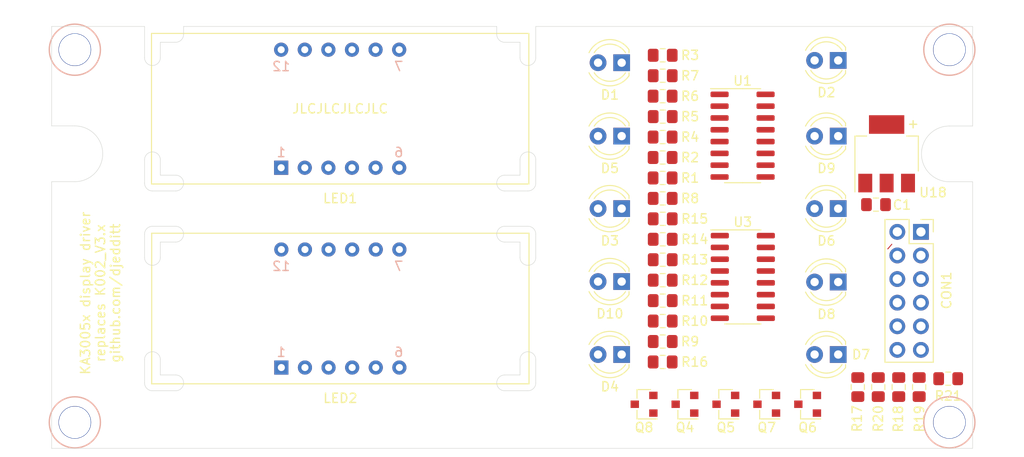
<source format=kicad_pcb>
(kicad_pcb (version 20171130) (host pcbnew "(5.1.6-0-10_14)")

  (general
    (thickness 1.6)
    (drawings 84)
    (tracks 421)
    (zones 0)
    (modules 47)
    (nets 58)
  )

  (page A4)
  (layers
    (0 F.Cu signal)
    (31 B.Cu signal)
    (32 B.Adhes user)
    (33 F.Adhes user)
    (34 B.Paste user)
    (35 F.Paste user)
    (36 B.SilkS user)
    (37 F.SilkS user)
    (38 B.Mask user)
    (39 F.Mask user)
    (40 Dwgs.User user)
    (41 Cmts.User user)
    (42 Eco1.User user)
    (43 Eco2.User user)
    (44 Edge.Cuts user)
    (45 Margin user)
    (46 B.CrtYd user hide)
    (47 F.CrtYd user)
    (48 B.Fab user)
    (49 F.Fab user hide)
  )

  (setup
    (last_trace_width 0.25)
    (user_trace_width 0.4)
    (user_trace_width 0.5)
    (user_trace_width 1)
    (trace_clearance 0.2)
    (zone_clearance 0.508)
    (zone_45_only no)
    (trace_min 0.2)
    (via_size 0.8)
    (via_drill 0.4)
    (via_min_size 0.4)
    (via_min_drill 0.3)
    (uvia_size 0.3)
    (uvia_drill 0.1)
    (uvias_allowed no)
    (uvia_min_size 0.2)
    (uvia_min_drill 0.1)
    (edge_width 0.05)
    (segment_width 0.2)
    (pcb_text_width 0.3)
    (pcb_text_size 1.5 1.5)
    (mod_edge_width 0.12)
    (mod_text_size 1 1)
    (mod_text_width 0.15)
    (pad_size 3.5 3.5)
    (pad_drill 3.4)
    (pad_to_mask_clearance 0.05)
    (aux_axis_origin 0 0)
    (visible_elements FFFFFF7F)
    (pcbplotparams
      (layerselection 0x010f0_ffffffff)
      (usegerberextensions false)
      (usegerberattributes false)
      (usegerberadvancedattributes false)
      (creategerberjobfile false)
      (excludeedgelayer true)
      (linewidth 0.100000)
      (plotframeref false)
      (viasonmask false)
      (mode 1)
      (useauxorigin false)
      (hpglpennumber 1)
      (hpglpenspeed 20)
      (hpglpendiameter 15.000000)
      (psnegative false)
      (psa4output false)
      (plotreference true)
      (plotvalue false)
      (plotinvisibletext false)
      (padsonsilk false)
      (subtractmaskfromsilk false)
      (outputformat 1)
      (mirror false)
      (drillshape 0)
      (scaleselection 1)
      (outputdirectory ""))
  )

  (net 0 "")
  (net 1 "Net-(D1-Pad2)")
  (net 2 "Net-(D2-Pad2)")
  (net 3 "Net-(D3-Pad2)")
  (net 4 "Net-(D4-Pad2)")
  (net 5 "Net-(D5-Pad2)")
  (net 6 "Net-(D6-Pad2)")
  (net 7 "Net-(D7-Pad2)")
  (net 8 "Net-(D8-Pad2)")
  (net 9 "Net-(D9-Pad2)")
  (net 10 "Net-(D10-Pad2)")
  (net 11 "Net-(Q4-Pad1)")
  (net 12 "Net-(Q5-Pad1)")
  (net 13 "Net-(R1-Pad2)")
  (net 14 "Net-(R2-Pad2)")
  (net 15 "Net-(R3-Pad2)")
  (net 16 "Net-(R4-Pad2)")
  (net 17 "Net-(R5-Pad2)")
  (net 18 "Net-(R6-Pad2)")
  (net 19 "Net-(R7-Pad2)")
  (net 20 "Net-(R8-Pad2)")
  (net 21 "Net-(R9-Pad2)")
  (net 22 "Net-(R10-Pad2)")
  (net 23 "Net-(R11-Pad2)")
  (net 24 "Net-(R12-Pad2)")
  (net 25 "Net-(R13-Pad2)")
  (net 26 "Net-(R14-Pad2)")
  (net 27 "Net-(R15-Pad2)")
  (net 28 "Net-(R16-Pad2)")
  (net 29 GND)
  (net 30 "Net-(LED1-Pad12)")
  (net 31 "Net-(LED1-Pad9)")
  (net 32 "Net-(LED1-Pad8)")
  (net 33 "Net-(LED1-Pad6)")
  (net 34 "Net-(LED1-Pad1)")
  (net 35 +3V3)
  (net 36 "Net-(CON1-Pad12)")
  (net 37 "Net-(CON1-Pad11)")
  (net 38 "Net-(CON1-Pad10)")
  (net 39 "Net-(CON1-Pad9)")
  (net 40 "Net-(CON1-Pad8)")
  (net 41 "Net-(CON1-Pad7)")
  (net 42 "Net-(CON1-Pad6)")
  (net 43 "Net-(CON1-Pad5)")
  (net 44 "Net-(CON1-Pad4)")
  (net 45 "Net-(CON1-Pad3)")
  (net 46 "Net-(U1-Pad14)")
  (net 47 "Net-(U1-Pad9)")
  (net 48 "Net-(LED1-Pad10)")
  (net 49 "Net-(LED2-Pad10)")
  (net 50 "Net-(LED2-Pad2)")
  (net 51 "Net-(Q6-Pad1)")
  (net 52 "Net-(Q8-Pad1)")
  (net 53 "Net-(LED2-Pad11)")
  (net 54 "Net-(D1-Pad1)")
  (net 55 "Net-(Q7-Pad1)")
  (net 56 "Net-(LED1-Pad3)")
  (net 57 "Net-(CON1-Pad1)")

  (net_class Default "This is the default net class."
    (clearance 0.2)
    (trace_width 0.25)
    (via_dia 0.8)
    (via_drill 0.4)
    (uvia_dia 0.3)
    (uvia_drill 0.1)
    (add_net +3V3)
    (add_net GND)
    (add_net "Net-(CON1-Pad1)")
    (add_net "Net-(CON1-Pad10)")
    (add_net "Net-(CON1-Pad11)")
    (add_net "Net-(CON1-Pad12)")
    (add_net "Net-(CON1-Pad3)")
    (add_net "Net-(CON1-Pad4)")
    (add_net "Net-(CON1-Pad5)")
    (add_net "Net-(CON1-Pad6)")
    (add_net "Net-(CON1-Pad7)")
    (add_net "Net-(CON1-Pad8)")
    (add_net "Net-(CON1-Pad9)")
    (add_net "Net-(D1-Pad1)")
    (add_net "Net-(D1-Pad2)")
    (add_net "Net-(D10-Pad2)")
    (add_net "Net-(D2-Pad2)")
    (add_net "Net-(D3-Pad2)")
    (add_net "Net-(D4-Pad2)")
    (add_net "Net-(D5-Pad2)")
    (add_net "Net-(D6-Pad2)")
    (add_net "Net-(D7-Pad2)")
    (add_net "Net-(D8-Pad2)")
    (add_net "Net-(D9-Pad2)")
    (add_net "Net-(LED1-Pad1)")
    (add_net "Net-(LED1-Pad10)")
    (add_net "Net-(LED1-Pad12)")
    (add_net "Net-(LED1-Pad3)")
    (add_net "Net-(LED1-Pad6)")
    (add_net "Net-(LED1-Pad8)")
    (add_net "Net-(LED1-Pad9)")
    (add_net "Net-(LED2-Pad10)")
    (add_net "Net-(LED2-Pad11)")
    (add_net "Net-(LED2-Pad2)")
    (add_net "Net-(Q4-Pad1)")
    (add_net "Net-(Q5-Pad1)")
    (add_net "Net-(Q6-Pad1)")
    (add_net "Net-(Q7-Pad1)")
    (add_net "Net-(Q8-Pad1)")
    (add_net "Net-(R1-Pad2)")
    (add_net "Net-(R10-Pad2)")
    (add_net "Net-(R11-Pad2)")
    (add_net "Net-(R12-Pad2)")
    (add_net "Net-(R13-Pad2)")
    (add_net "Net-(R14-Pad2)")
    (add_net "Net-(R15-Pad2)")
    (add_net "Net-(R16-Pad2)")
    (add_net "Net-(R2-Pad2)")
    (add_net "Net-(R3-Pad2)")
    (add_net "Net-(R4-Pad2)")
    (add_net "Net-(R5-Pad2)")
    (add_net "Net-(R6-Pad2)")
    (add_net "Net-(R7-Pad2)")
    (add_net "Net-(R8-Pad2)")
    (add_net "Net-(R9-Pad2)")
    (add_net "Net-(U1-Pad14)")
    (add_net "Net-(U1-Pad9)")
  )

  (module MountingHole:MountingHole_3.4mm locked (layer B.Cu) (tedit 5F036486) (tstamp 5F03F031)
    (at 102.5 112.6)
    (descr "Mounting Hole 3.5mm, no annular")
    (tags "mounting hole 3.5mm no annular")
    (attr virtual)
    (fp_text reference REF** (at 0 4.5) (layer B.SilkS) hide
      (effects (font (size 1 1) (thickness 0.15)) (justify mirror))
    )
    (fp_text value MountingHole_3.4mm (at 0 -4.5) (layer B.Fab)
      (effects (font (size 1 1) (thickness 0.15)) (justify mirror))
    )
    (fp_circle (center 0 0) (end 3.75 0) (layer B.CrtYd) (width 0.05))
    (fp_circle (center 0 0) (end 3.4 0) (layer Cmts.User) (width 0.15))
    (fp_text user %R (at 0.3 0) (layer B.Fab)
      (effects (font (size 1 1) (thickness 0.15)) (justify mirror))
    )
    (pad "" np_thru_hole circle (at 0 0) (size 3.5 3.5) (drill 3.4) (layers *.Cu *.Mask)
      (clearance 1))
  )

  (module MountingHole:MountingHole_3.4mm locked (layer B.Cu) (tedit 5F036486) (tstamp 5F03FBB0)
    (at 196.6 112.6)
    (descr "Mounting Hole 3.5mm, no annular")
    (tags "mounting hole 3.5mm no annular")
    (attr virtual)
    (fp_text reference REF** (at 0 4.5) (layer B.SilkS) hide
      (effects (font (size 1 1) (thickness 0.15)) (justify mirror))
    )
    (fp_text value MountingHole_3.4mm (at 0 -4.5) (layer B.Fab)
      (effects (font (size 1 1) (thickness 0.15)) (justify mirror))
    )
    (fp_circle (center 0 0) (end 3.75 0) (layer B.CrtYd) (width 0.05))
    (fp_circle (center 0 0) (end 3.4 0) (layer Cmts.User) (width 0.15))
    (fp_text user %R (at 0.3 0) (layer B.Fab)
      (effects (font (size 1 1) (thickness 0.15)) (justify mirror))
    )
    (pad "" np_thru_hole circle (at 0 0) (size 3.5 3.5) (drill 3.4) (layers *.Cu *.Mask)
      (clearance 1))
  )

  (module MountingHole:MountingHole_3.4mm locked (layer B.Cu) (tedit 5F036486) (tstamp 5F03FBB0)
    (at 196.6 72.5)
    (descr "Mounting Hole 3.5mm, no annular")
    (tags "mounting hole 3.5mm no annular")
    (attr virtual)
    (fp_text reference REF** (at 0 4.5) (layer B.SilkS) hide
      (effects (font (size 1 1) (thickness 0.15)) (justify mirror))
    )
    (fp_text value MountingHole_3.4mm (at 0 -4.5) (layer B.Fab)
      (effects (font (size 1 1) (thickness 0.15)) (justify mirror))
    )
    (fp_circle (center 0 0) (end 3.75 0) (layer B.CrtYd) (width 0.05))
    (fp_circle (center 0 0) (end 3.4 0) (layer Cmts.User) (width 0.15))
    (fp_text user %R (at 0.3 0) (layer B.Fab)
      (effects (font (size 1 1) (thickness 0.15)) (justify mirror))
    )
    (pad "" np_thru_hole circle (at 0 0) (size 3.5 3.5) (drill 3.4) (layers *.Cu *.Mask)
      (clearance 1))
  )

  (module MountingHole:MountingHole_3.4mm locked (layer B.Cu) (tedit 5F036486) (tstamp 5F03F5CB)
    (at 102.5 72.5)
    (descr "Mounting Hole 3.5mm, no annular")
    (tags "mounting hole 3.5mm no annular")
    (attr virtual)
    (fp_text reference REF** (at 0 4.5) (layer B.SilkS) hide
      (effects (font (size 1 1) (thickness 0.15)) (justify mirror))
    )
    (fp_text value MountingHole_3.4mm (at 0 -4.5) (layer B.Fab)
      (effects (font (size 1 1) (thickness 0.15)) (justify mirror))
    )
    (fp_circle (center 0 0) (end 3.75 0) (layer B.CrtYd) (width 0.05))
    (fp_circle (center 0 0) (end 3.4 0) (layer Cmts.User) (width 0.15))
    (fp_text user %R (at 0.3 0) (layer B.Fab)
      (effects (font (size 1 1) (thickness 0.15)) (justify mirror))
    )
    (pad "" np_thru_hole circle (at 0 0) (size 3.5 3.5) (drill 3.4) (layers *.Cu *.Mask)
      (clearance 1))
  )

  (module Capacitor_SMD:C_0805_2012Metric_Pad1.15x1.40mm_HandSolder (layer F.Cu) (tedit 5B36C52B) (tstamp 5EFBA6AE)
    (at 188.705 89.17)
    (descr "Capacitor SMD 0805 (2012 Metric), square (rectangular) end terminal, IPC_7351 nominal with elongated pad for handsoldering. (Body size source: https://docs.google.com/spreadsheets/d/1BsfQQcO9C6DZCsRaXUlFlo91Tg2WpOkGARC1WS5S8t0/edit?usp=sharing), generated with kicad-footprint-generator")
    (tags "capacitor handsolder")
    (path /5F0AA4C7)
    (attr smd)
    (fp_text reference C1 (at 2.795 0.03) (layer F.SilkS)
      (effects (font (size 1 1) (thickness 0.15)))
    )
    (fp_text value 22uF (at 0 1.65) (layer F.Fab)
      (effects (font (size 1 1) (thickness 0.15)))
    )
    (fp_line (start 1.85 0.95) (end -1.85 0.95) (layer F.CrtYd) (width 0.05))
    (fp_line (start 1.85 -0.95) (end 1.85 0.95) (layer F.CrtYd) (width 0.05))
    (fp_line (start -1.85 -0.95) (end 1.85 -0.95) (layer F.CrtYd) (width 0.05))
    (fp_line (start -1.85 0.95) (end -1.85 -0.95) (layer F.CrtYd) (width 0.05))
    (fp_line (start -0.261252 0.71) (end 0.261252 0.71) (layer F.SilkS) (width 0.12))
    (fp_line (start -0.261252 -0.71) (end 0.261252 -0.71) (layer F.SilkS) (width 0.12))
    (fp_line (start 1 0.6) (end -1 0.6) (layer F.Fab) (width 0.1))
    (fp_line (start 1 -0.6) (end 1 0.6) (layer F.Fab) (width 0.1))
    (fp_line (start -1 -0.6) (end 1 -0.6) (layer F.Fab) (width 0.1))
    (fp_line (start -1 0.6) (end -1 -0.6) (layer F.Fab) (width 0.1))
    (fp_text user %R (at 0 0) (layer F.Fab)
      (effects (font (size 0.5 0.5) (thickness 0.08)))
    )
    (pad 2 smd roundrect (at 1.025 0) (size 1.15 1.4) (layers F.Cu F.Paste F.Mask) (roundrect_rratio 0.217391)
      (net 35 +3V3))
    (pad 1 smd roundrect (at -1.025 0) (size 1.15 1.4) (layers F.Cu F.Paste F.Mask) (roundrect_rratio 0.217391)
      (net 29 GND))
    (model ${KISYS3DMOD}/Capacitor_SMD.3dshapes/C_0805_2012Metric.wrl
      (at (xyz 0 0 0))
      (scale (xyz 1 1 1))
      (rotate (xyz 0 0 0))
    )
  )

  (module Display_7Segment:NFD-4042Ax locked (layer F.Cu) (tedit 5EF14768) (tstamp 5EEE9647)
    (at 110.85 70.85)
    (descr "4 digit 7 segment red LED, http://www.semisvit.com.ua/pdf/flying/NFD-4042ABx-21.pdf")
    (tags "4 digit 7 segment red LED")
    (path /5EEF0927)
    (fp_text reference LED1 (at 20.2 17.65) (layer F.SilkS)
      (effects (font (size 1 1) (thickness 0.15)))
    )
    (fp_text value NFD-4042Ax (at 20.2 10) (layer F.Fab)
      (effects (font (size 1 1) (thickness 0.15)))
    )
    (fp_line (start 40.4 0) (end 40.4 16) (layer F.Fab) (width 0.1))
    (fp_line (start 0 16) (end 40.4 16) (layer F.Fab) (width 0.1))
    (fp_line (start 0 0) (end 40.4 0) (layer F.Fab) (width 0.1))
    (fp_line (start -0.1 -0.1) (end 40.5 -0.1) (layer F.SilkS) (width 0.12))
    (fp_line (start 40.6 -0.2) (end -0.2 -0.2) (layer F.CrtYd) (width 0.05))
    (fp_line (start 0 0) (end 0 16) (layer F.Fab) (width 0.1))
    (fp_line (start -0.1 -0.1) (end -0.1 16.1) (layer F.SilkS) (width 0.12))
    (fp_line (start -0.2 16.2) (end -0.2 -0.2) (layer F.CrtYd) (width 0.05))
    (fp_line (start 40.6 -0.2) (end 40.6 16.2) (layer F.CrtYd) (width 0.05))
    (fp_line (start 40.5 16.1) (end 40.5 -0.1) (layer F.SilkS) (width 0.12))
    (fp_line (start 40.5 16.1) (end -0.1 16.1) (layer F.SilkS) (width 0.12))
    (fp_line (start -0.2 16.2) (end 40.6 16.2) (layer F.CrtYd) (width 0.05))
    (fp_text user %R (at 20.2 8) (layer F.Fab)
      (effects (font (size 1 1) (thickness 0.15)))
    )
    (pad 7 thru_hole circle (at 26.55 1.65) (size 1.524 1.524) (drill 0.762) (layers *.Cu *.Mask)
      (net 1 "Net-(D1-Pad2)"))
    (pad 8 thru_hole circle (at 24.01 1.65) (size 1.524 1.524) (drill 0.762) (layers *.Cu *.Mask)
      (net 32 "Net-(LED1-Pad8)"))
    (pad 9 thru_hole circle (at 21.47 1.65) (size 1.524 1.524) (drill 0.762) (layers *.Cu *.Mask)
      (net 31 "Net-(LED1-Pad9)"))
    (pad 10 thru_hole circle (at 18.93 1.65) (size 1.524 1.524) (drill 0.762) (layers *.Cu *.Mask)
      (net 48 "Net-(LED1-Pad10)"))
    (pad 11 thru_hole circle (at 16.39 1.65) (size 1.524 1.524) (drill 0.762) (layers *.Cu *.Mask)
      (net 2 "Net-(D2-Pad2)"))
    (pad 12 thru_hole circle (at 13.85 1.65) (size 1.524 1.524) (drill 0.762) (layers *.Cu *.Mask)
      (net 30 "Net-(LED1-Pad12)"))
    (pad 6 thru_hole circle (at 26.55 14.35) (size 1.524 1.524) (drill 0.762) (layers *.Cu *.Mask)
      (net 33 "Net-(LED1-Pad6)"))
    (pad 5 thru_hole circle (at 24.01 14.35) (size 1.524 1.524) (drill 0.762) (layers *.Cu *.Mask)
      (net 3 "Net-(D3-Pad2)"))
    (pad 4 thru_hole circle (at 21.47 14.35) (size 1.524 1.524) (drill 0.762) (layers *.Cu *.Mask)
      (net 6 "Net-(D6-Pad2)"))
    (pad 3 thru_hole circle (at 18.93 14.35) (size 1.524 1.524) (drill 0.762) (layers *.Cu *.Mask)
      (net 56 "Net-(LED1-Pad3)"))
    (pad 2 thru_hole circle (at 16.39 14.35) (size 1.524 1.524) (drill 0.762) (layers *.Cu *.Mask)
      (net 5 "Net-(D5-Pad2)"))
    (pad 1 thru_hole rect (at 13.85 14.35) (size 1.524 1.524) (drill 0.762) (layers *.Cu *.Mask)
      (net 34 "Net-(LED1-Pad1)"))
  )

  (module Resistor_SMD:R_0805_2012Metric_Pad1.15x1.40mm_HandSolder (layer F.Cu) (tedit 5B36C52B) (tstamp 5EF82B99)
    (at 188.95 108.8 270)
    (descr "Resistor SMD 0805 (2012 Metric), square (rectangular) end terminal, IPC_7351 nominal with elongated pad for handsoldering. (Body size source: https://docs.google.com/spreadsheets/d/1BsfQQcO9C6DZCsRaXUlFlo91Tg2WpOkGARC1WS5S8t0/edit?usp=sharing), generated with kicad-footprint-generator")
    (tags "resistor handsolder")
    (path /5F0E1275)
    (attr smd)
    (fp_text reference R20 (at 3.4 0 90) (layer F.SilkS)
      (effects (font (size 1 1) (thickness 0.15)))
    )
    (fp_text value 1K (at 0 1.65 90) (layer F.Fab)
      (effects (font (size 1 1) (thickness 0.15)))
    )
    (fp_line (start -1 0.6) (end -1 -0.6) (layer F.Fab) (width 0.1))
    (fp_line (start -1 -0.6) (end 1 -0.6) (layer F.Fab) (width 0.1))
    (fp_line (start 1 -0.6) (end 1 0.6) (layer F.Fab) (width 0.1))
    (fp_line (start 1 0.6) (end -1 0.6) (layer F.Fab) (width 0.1))
    (fp_line (start -0.261252 -0.71) (end 0.261252 -0.71) (layer F.SilkS) (width 0.12))
    (fp_line (start -0.261252 0.71) (end 0.261252 0.71) (layer F.SilkS) (width 0.12))
    (fp_line (start -1.85 0.95) (end -1.85 -0.95) (layer F.CrtYd) (width 0.05))
    (fp_line (start -1.85 -0.95) (end 1.85 -0.95) (layer F.CrtYd) (width 0.05))
    (fp_line (start 1.85 -0.95) (end 1.85 0.95) (layer F.CrtYd) (width 0.05))
    (fp_line (start 1.85 0.95) (end -1.85 0.95) (layer F.CrtYd) (width 0.05))
    (fp_text user %R (at 0 0 90) (layer F.Fab)
      (effects (font (size 0.5 0.5) (thickness 0.08)))
    )
    (pad 2 smd roundrect (at 1.025 0 270) (size 1.15 1.4) (layers F.Cu F.Paste F.Mask) (roundrect_rratio 0.217391)
      (net 55 "Net-(Q7-Pad1)"))
    (pad 1 smd roundrect (at -1.025 0 270) (size 1.15 1.4) (layers F.Cu F.Paste F.Mask) (roundrect_rratio 0.217391)
      (net 38 "Net-(CON1-Pad10)"))
    (model ${KISYS3DMOD}/Resistor_SMD.3dshapes/R_0805_2012Metric.wrl
      (at (xyz 0 0 0))
      (scale (xyz 1 1 1))
      (rotate (xyz 0 0 0))
    )
  )

  (module Resistor_SMD:R_0805_2012Metric_Pad1.15x1.40mm_HandSolder (layer F.Cu) (tedit 5B36C52B) (tstamp 5EF31439)
    (at 191.15 108.8 270)
    (descr "Resistor SMD 0805 (2012 Metric), square (rectangular) end terminal, IPC_7351 nominal with elongated pad for handsoldering. (Body size source: https://docs.google.com/spreadsheets/d/1BsfQQcO9C6DZCsRaXUlFlo91Tg2WpOkGARC1WS5S8t0/edit?usp=sharing), generated with kicad-footprint-generator")
    (tags "resistor handsolder")
    (path /5EEED1EA)
    (attr smd)
    (fp_text reference R18 (at 3.425 0.05 90) (layer F.SilkS)
      (effects (font (size 1 1) (thickness 0.15)))
    )
    (fp_text value 1K (at 0 1.65 90) (layer F.Fab)
      (effects (font (size 1 1) (thickness 0.15)))
    )
    (fp_line (start -1 0.6) (end -1 -0.6) (layer F.Fab) (width 0.1))
    (fp_line (start -1 -0.6) (end 1 -0.6) (layer F.Fab) (width 0.1))
    (fp_line (start 1 -0.6) (end 1 0.6) (layer F.Fab) (width 0.1))
    (fp_line (start 1 0.6) (end -1 0.6) (layer F.Fab) (width 0.1))
    (fp_line (start -0.261252 -0.71) (end 0.261252 -0.71) (layer F.SilkS) (width 0.12))
    (fp_line (start -0.261252 0.71) (end 0.261252 0.71) (layer F.SilkS) (width 0.12))
    (fp_line (start -1.85 0.95) (end -1.85 -0.95) (layer F.CrtYd) (width 0.05))
    (fp_line (start -1.85 -0.95) (end 1.85 -0.95) (layer F.CrtYd) (width 0.05))
    (fp_line (start 1.85 -0.95) (end 1.85 0.95) (layer F.CrtYd) (width 0.05))
    (fp_line (start 1.85 0.95) (end -1.85 0.95) (layer F.CrtYd) (width 0.05))
    (fp_text user %R (at 0 0 90) (layer F.Fab)
      (effects (font (size 0.5 0.5) (thickness 0.08)))
    )
    (pad 2 smd roundrect (at 1.025 0 270) (size 1.15 1.4) (layers F.Cu F.Paste F.Mask) (roundrect_rratio 0.217391)
      (net 12 "Net-(Q5-Pad1)"))
    (pad 1 smd roundrect (at -1.025 0 270) (size 1.15 1.4) (layers F.Cu F.Paste F.Mask) (roundrect_rratio 0.217391)
      (net 36 "Net-(CON1-Pad12)"))
    (model ${KISYS3DMOD}/Resistor_SMD.3dshapes/R_0805_2012Metric.wrl
      (at (xyz 0 0 0))
      (scale (xyz 1 1 1))
      (rotate (xyz 0 0 0))
    )
  )

  (module Resistor_SMD:R_0805_2012Metric_Pad1.15x1.40mm_HandSolder (layer F.Cu) (tedit 5B36C52B) (tstamp 5EF3144A)
    (at 193.35 108.8 270)
    (descr "Resistor SMD 0805 (2012 Metric), square (rectangular) end terminal, IPC_7351 nominal with elongated pad for handsoldering. (Body size source: https://docs.google.com/spreadsheets/d/1BsfQQcO9C6DZCsRaXUlFlo91Tg2WpOkGARC1WS5S8t0/edit?usp=sharing), generated with kicad-footprint-generator")
    (tags "resistor handsolder")
    (path /5EEED025)
    (attr smd)
    (fp_text reference R19 (at 3.425 -0.025 90) (layer F.SilkS)
      (effects (font (size 1 1) (thickness 0.15)))
    )
    (fp_text value 1K (at 0 1.65 90) (layer F.Fab)
      (effects (font (size 1 1) (thickness 0.15)))
    )
    (fp_line (start -1 0.6) (end -1 -0.6) (layer F.Fab) (width 0.1))
    (fp_line (start -1 -0.6) (end 1 -0.6) (layer F.Fab) (width 0.1))
    (fp_line (start 1 -0.6) (end 1 0.6) (layer F.Fab) (width 0.1))
    (fp_line (start 1 0.6) (end -1 0.6) (layer F.Fab) (width 0.1))
    (fp_line (start -0.261252 -0.71) (end 0.261252 -0.71) (layer F.SilkS) (width 0.12))
    (fp_line (start -0.261252 0.71) (end 0.261252 0.71) (layer F.SilkS) (width 0.12))
    (fp_line (start -1.85 0.95) (end -1.85 -0.95) (layer F.CrtYd) (width 0.05))
    (fp_line (start -1.85 -0.95) (end 1.85 -0.95) (layer F.CrtYd) (width 0.05))
    (fp_line (start 1.85 -0.95) (end 1.85 0.95) (layer F.CrtYd) (width 0.05))
    (fp_line (start 1.85 0.95) (end -1.85 0.95) (layer F.CrtYd) (width 0.05))
    (fp_text user %R (at 0 0 90) (layer F.Fab)
      (effects (font (size 0.5 0.5) (thickness 0.08)))
    )
    (pad 2 smd roundrect (at 1.025 0 270) (size 1.15 1.4) (layers F.Cu F.Paste F.Mask) (roundrect_rratio 0.217391)
      (net 11 "Net-(Q4-Pad1)"))
    (pad 1 smd roundrect (at -1.025 0 270) (size 1.15 1.4) (layers F.Cu F.Paste F.Mask) (roundrect_rratio 0.217391)
      (net 37 "Net-(CON1-Pad11)"))
    (model ${KISYS3DMOD}/Resistor_SMD.3dshapes/R_0805_2012Metric.wrl
      (at (xyz 0 0 0))
      (scale (xyz 1 1 1))
      (rotate (xyz 0 0 0))
    )
  )

  (module Package_TO_SOT_SMD:SOT-23 (layer F.Cu) (tedit 5A02FF57) (tstamp 5EF82900)
    (at 176.95 110.65 180)
    (descr "SOT-23, Standard")
    (tags SOT-23)
    (path /5F056905)
    (attr smd)
    (fp_text reference Q7 (at 0 -2.5) (layer F.SilkS)
      (effects (font (size 1 1) (thickness 0.15)))
    )
    (fp_text value MMBT3904 (at 0 2.5) (layer F.Fab)
      (effects (font (size 1 1) (thickness 0.15)))
    )
    (fp_line (start -0.7 -0.95) (end -0.7 1.5) (layer F.Fab) (width 0.1))
    (fp_line (start -0.15 -1.52) (end 0.7 -1.52) (layer F.Fab) (width 0.1))
    (fp_line (start -0.7 -0.95) (end -0.15 -1.52) (layer F.Fab) (width 0.1))
    (fp_line (start 0.7 -1.52) (end 0.7 1.52) (layer F.Fab) (width 0.1))
    (fp_line (start -0.7 1.52) (end 0.7 1.52) (layer F.Fab) (width 0.1))
    (fp_line (start 0.76 1.58) (end 0.76 0.65) (layer F.SilkS) (width 0.12))
    (fp_line (start 0.76 -1.58) (end 0.76 -0.65) (layer F.SilkS) (width 0.12))
    (fp_line (start -1.7 -1.75) (end 1.7 -1.75) (layer F.CrtYd) (width 0.05))
    (fp_line (start 1.7 -1.75) (end 1.7 1.75) (layer F.CrtYd) (width 0.05))
    (fp_line (start 1.7 1.75) (end -1.7 1.75) (layer F.CrtYd) (width 0.05))
    (fp_line (start -1.7 1.75) (end -1.7 -1.75) (layer F.CrtYd) (width 0.05))
    (fp_line (start 0.76 -1.58) (end -1.4 -1.58) (layer F.SilkS) (width 0.12))
    (fp_line (start 0.76 1.58) (end -0.7 1.58) (layer F.SilkS) (width 0.12))
    (fp_text user %R (at 0 0 90) (layer F.Fab)
      (effects (font (size 0.5 0.5) (thickness 0.075)))
    )
    (pad 3 smd rect (at 1 0 180) (size 0.9 0.8) (layers F.Cu F.Paste F.Mask)
      (net 54 "Net-(D1-Pad1)"))
    (pad 2 smd rect (at -1 0.95 180) (size 0.9 0.8) (layers F.Cu F.Paste F.Mask)
      (net 29 GND))
    (pad 1 smd rect (at -1 -0.95 180) (size 0.9 0.8) (layers F.Cu F.Paste F.Mask)
      (net 55 "Net-(Q7-Pad1)"))
    (model ${KISYS3DMOD}/Package_TO_SOT_SMD.3dshapes/SOT-23.wrl
      (at (xyz 0 0 0))
      (scale (xyz 1 1 1))
      (rotate (xyz 0 0 0))
    )
  )

  (module Display_7Segment:NFD-4042Ax locked (layer F.Cu) (tedit 5EF14768) (tstamp 5EEE9665)
    (at 110.87 92.35)
    (descr "4 digit 7 segment red LED, http://www.semisvit.com.ua/pdf/flying/NFD-4042ABx-21.pdf")
    (tags "4 digit 7 segment red LED")
    (path /5EEF22D4)
    (fp_text reference LED2 (at 20.2 17.65) (layer F.SilkS)
      (effects (font (size 1 1) (thickness 0.15)))
    )
    (fp_text value NFD-4042Ax (at 20.2 10) (layer F.Fab)
      (effects (font (size 1 1) (thickness 0.15)))
    )
    (fp_line (start 40.4 0) (end 40.4 16) (layer F.Fab) (width 0.1))
    (fp_line (start 0 16) (end 40.4 16) (layer F.Fab) (width 0.1))
    (fp_line (start 0 0) (end 40.4 0) (layer F.Fab) (width 0.1))
    (fp_line (start -0.1 -0.1) (end 40.5 -0.1) (layer F.SilkS) (width 0.12))
    (fp_line (start 40.6 -0.2) (end -0.2 -0.2) (layer F.CrtYd) (width 0.05))
    (fp_line (start 0 0) (end 0 16) (layer F.Fab) (width 0.1))
    (fp_line (start -0.1 -0.1) (end -0.1 16.1) (layer F.SilkS) (width 0.12))
    (fp_line (start -0.2 16.2) (end -0.2 -0.2) (layer F.CrtYd) (width 0.05))
    (fp_line (start 40.6 -0.2) (end 40.6 16.2) (layer F.CrtYd) (width 0.05))
    (fp_line (start 40.5 16.1) (end 40.5 -0.1) (layer F.SilkS) (width 0.12))
    (fp_line (start 40.5 16.1) (end -0.1 16.1) (layer F.SilkS) (width 0.12))
    (fp_line (start -0.2 16.2) (end 40.6 16.2) (layer F.CrtYd) (width 0.05))
    (fp_text user %R (at 20.2 8) (layer F.Fab)
      (effects (font (size 1 1) (thickness 0.15)))
    )
    (pad 7 thru_hole circle (at 26.55 1.65) (size 1.524 1.524) (drill 0.762) (layers *.Cu *.Mask)
      (net 9 "Net-(D9-Pad2)"))
    (pad 8 thru_hole circle (at 24.01 1.65) (size 1.524 1.524) (drill 0.762) (layers *.Cu *.Mask)
      (net 32 "Net-(LED1-Pad8)"))
    (pad 9 thru_hole circle (at 21.47 1.65) (size 1.524 1.524) (drill 0.762) (layers *.Cu *.Mask)
      (net 31 "Net-(LED1-Pad9)"))
    (pad 10 thru_hole circle (at 18.93 1.65) (size 1.524 1.524) (drill 0.762) (layers *.Cu *.Mask)
      (net 49 "Net-(LED2-Pad10)"))
    (pad 11 thru_hole circle (at 16.39 1.65) (size 1.524 1.524) (drill 0.762) (layers *.Cu *.Mask)
      (net 53 "Net-(LED2-Pad11)"))
    (pad 12 thru_hole circle (at 13.85 1.65) (size 1.524 1.524) (drill 0.762) (layers *.Cu *.Mask)
      (net 30 "Net-(LED1-Pad12)"))
    (pad 6 thru_hole circle (at 26.55 14.35) (size 1.524 1.524) (drill 0.762) (layers *.Cu *.Mask)
      (net 33 "Net-(LED1-Pad6)"))
    (pad 5 thru_hole circle (at 24.01 14.35) (size 1.524 1.524) (drill 0.762) (layers *.Cu *.Mask)
      (net 4 "Net-(D4-Pad2)"))
    (pad 4 thru_hole circle (at 21.47 14.35) (size 1.524 1.524) (drill 0.762) (layers *.Cu *.Mask)
      (net 7 "Net-(D7-Pad2)"))
    (pad 3 thru_hole circle (at 18.93 14.35) (size 1.524 1.524) (drill 0.762) (layers *.Cu *.Mask)
      (net 8 "Net-(D8-Pad2)"))
    (pad 2 thru_hole circle (at 16.39 14.35) (size 1.524 1.524) (drill 0.762) (layers *.Cu *.Mask)
      (net 50 "Net-(LED2-Pad2)"))
    (pad 1 thru_hole rect (at 13.85 14.35) (size 1.524 1.524) (drill 0.762) (layers *.Cu *.Mask)
      (net 10 "Net-(D10-Pad2)"))
  )

  (module Package_TO_SOT_SMD:SOT-23 (layer F.Cu) (tedit 5A02FF57) (tstamp 5EF31202)
    (at 181.35 110.65 180)
    (descr "SOT-23, Standard")
    (tags SOT-23)
    (path /5F332D1D)
    (attr smd)
    (fp_text reference Q6 (at 0 -2.5) (layer F.SilkS)
      (effects (font (size 1 1) (thickness 0.15)))
    )
    (fp_text value MMBT3904 (at 0 2.5) (layer F.Fab)
      (effects (font (size 1 1) (thickness 0.15)))
    )
    (fp_line (start -0.7 -0.95) (end -0.7 1.5) (layer F.Fab) (width 0.1))
    (fp_line (start -0.15 -1.52) (end 0.7 -1.52) (layer F.Fab) (width 0.1))
    (fp_line (start -0.7 -0.95) (end -0.15 -1.52) (layer F.Fab) (width 0.1))
    (fp_line (start 0.7 -1.52) (end 0.7 1.52) (layer F.Fab) (width 0.1))
    (fp_line (start -0.7 1.52) (end 0.7 1.52) (layer F.Fab) (width 0.1))
    (fp_line (start 0.76 1.58) (end 0.76 0.65) (layer F.SilkS) (width 0.12))
    (fp_line (start 0.76 -1.58) (end 0.76 -0.65) (layer F.SilkS) (width 0.12))
    (fp_line (start -1.7 -1.75) (end 1.7 -1.75) (layer F.CrtYd) (width 0.05))
    (fp_line (start 1.7 -1.75) (end 1.7 1.75) (layer F.CrtYd) (width 0.05))
    (fp_line (start 1.7 1.75) (end -1.7 1.75) (layer F.CrtYd) (width 0.05))
    (fp_line (start -1.7 1.75) (end -1.7 -1.75) (layer F.CrtYd) (width 0.05))
    (fp_line (start 0.76 -1.58) (end -1.4 -1.58) (layer F.SilkS) (width 0.12))
    (fp_line (start 0.76 1.58) (end -0.7 1.58) (layer F.SilkS) (width 0.12))
    (fp_text user %R (at 0 0 90) (layer F.Fab)
      (effects (font (size 0.5 0.5) (thickness 0.075)))
    )
    (pad 3 smd rect (at 1 0 180) (size 0.9 0.8) (layers F.Cu F.Paste F.Mask)
      (net 31 "Net-(LED1-Pad9)"))
    (pad 2 smd rect (at -1 0.95 180) (size 0.9 0.8) (layers F.Cu F.Paste F.Mask)
      (net 29 GND))
    (pad 1 smd rect (at -1 -0.95 180) (size 0.9 0.8) (layers F.Cu F.Paste F.Mask)
      (net 51 "Net-(Q6-Pad1)"))
    (model ${KISYS3DMOD}/Package_TO_SOT_SMD.3dshapes/SOT-23.wrl
      (at (xyz 0 0 0))
      (scale (xyz 1 1 1))
      (rotate (xyz 0 0 0))
    )
  )

  (module LED_THT:LED_D4.0mm locked (layer F.Cu) (tedit 5EF3C73B) (tstamp 5EF466D0)
    (at 161.34 81.8 180)
    (descr "LED, diameter 4.0mm, 2 pins, http://www.kingbright.com/attachments/file/psearch/000/00/00/L-43GD(Ver.12B).pdf")
    (tags "LED diameter 4.0mm 2 pins")
    (path /5EED4E46)
    (fp_text reference D5 (at 1.27 -3.46) (layer F.SilkS)
      (effects (font (size 1 1) (thickness 0.15)))
    )
    (fp_text value LED (at 1.27 3.46) (layer F.Fab)
      (effects (font (size 1 1) (thickness 0.15)))
    )
    (fp_circle (center 1.27 0) (end 3.27 0) (layer F.Fab) (width 0.1))
    (fp_line (start -0.73 -1.32665) (end -0.73 1.32665) (layer F.Fab) (width 0.1))
    (fp_line (start -0.79 -1.399) (end -0.79 -1.08) (layer F.SilkS) (width 0.12))
    (fp_line (start -0.79 1.08) (end -0.79 1.399) (layer F.SilkS) (width 0.12))
    (fp_line (start -1.45 -2.75) (end -1.45 2.75) (layer F.CrtYd) (width 0.05))
    (fp_line (start -1.45 2.75) (end 4 2.75) (layer F.CrtYd) (width 0.05))
    (fp_line (start 4 2.75) (end 4 -2.75) (layer F.CrtYd) (width 0.05))
    (fp_line (start 4 -2.75) (end -1.45 -2.75) (layer F.CrtYd) (width 0.05))
    (fp_arc (start 1.27 0) (end -0.73 -1.32665) (angle 292.9) (layer F.Fab) (width 0.1))
    (fp_arc (start 1.27 0) (end -0.79 -1.398749) (angle 120.1) (layer F.SilkS) (width 0.12))
    (fp_arc (start 1.27 0) (end -0.79 1.398749) (angle -120.1) (layer F.SilkS) (width 0.12))
    (fp_arc (start 1.27 0) (end -0.41333 -1.08) (angle 114.6) (layer F.SilkS) (width 0.12))
    (fp_arc (start 1.27 0) (end -0.41333 1.08) (angle -114.6) (layer F.SilkS) (width 0.12))
    (pad 1 thru_hole rect (at 0 0 180) (size 1.8 1.8) (drill 0.9) (layers *.Cu *.Mask)
      (net 54 "Net-(D1-Pad1)"))
    (pad 2 thru_hole circle (at 2.54 0 180) (size 1.8 1.8) (drill 0.9) (layers *.Cu *.Mask)
      (net 5 "Net-(D5-Pad2)"))
    (model ${KISYS3DMOD}/LED_THT.3dshapes/LED_D4.0mm.wrl
      (offset (xyz 0 0 -3))
      (scale (xyz 1 1 1))
      (rotate (xyz 0 0 0))
    )
  )

  (module LED_THT:LED_D4.0mm locked (layer F.Cu) (tedit 5EF3C760) (tstamp 5EF466BE)
    (at 184.64 73.65 180)
    (descr "LED, diameter 4.0mm, 2 pins, http://www.kingbright.com/attachments/file/psearch/000/00/00/L-43GD(Ver.12B).pdf")
    (tags "LED diameter 4.0mm 2 pins")
    (path /5EED20DB)
    (fp_text reference D2 (at 1.27 -3.46) (layer F.SilkS)
      (effects (font (size 1 1) (thickness 0.15)))
    )
    (fp_text value LED (at 1.27 3.46) (layer F.Fab)
      (effects (font (size 1 1) (thickness 0.15)))
    )
    (fp_circle (center 1.27 0) (end 3.27 0) (layer F.Fab) (width 0.1))
    (fp_line (start -0.73 -1.32665) (end -0.73 1.32665) (layer F.Fab) (width 0.1))
    (fp_line (start -0.79 -1.399) (end -0.79 -1.08) (layer F.SilkS) (width 0.12))
    (fp_line (start -0.79 1.08) (end -0.79 1.399) (layer F.SilkS) (width 0.12))
    (fp_line (start -1.45 -2.75) (end -1.45 2.75) (layer F.CrtYd) (width 0.05))
    (fp_line (start -1.45 2.75) (end 4 2.75) (layer F.CrtYd) (width 0.05))
    (fp_line (start 4 2.75) (end 4 -2.75) (layer F.CrtYd) (width 0.05))
    (fp_line (start 4 -2.75) (end -1.45 -2.75) (layer F.CrtYd) (width 0.05))
    (fp_arc (start 1.27 0) (end -0.73 -1.32665) (angle 292.9) (layer F.Fab) (width 0.1))
    (fp_arc (start 1.27 0) (end -0.79 -1.398749) (angle 120.1) (layer F.SilkS) (width 0.12))
    (fp_arc (start 1.27 0) (end -0.79 1.398749) (angle -120.1) (layer F.SilkS) (width 0.12))
    (fp_arc (start 1.27 0) (end -0.41333 -1.08) (angle 114.6) (layer F.SilkS) (width 0.12))
    (fp_arc (start 1.27 0) (end -0.41333 1.08) (angle -114.6) (layer F.SilkS) (width 0.12))
    (pad 1 thru_hole rect (at 0 0 180) (size 1.8 1.8) (drill 0.9) (layers *.Cu *.Mask)
      (net 54 "Net-(D1-Pad1)"))
    (pad 2 thru_hole circle (at 2.54 0 180) (size 1.8 1.8) (drill 0.9) (layers *.Cu *.Mask)
      (net 2 "Net-(D2-Pad2)"))
    (model ${KISYS3DMOD}/LED_THT.3dshapes/LED_D4.0mm.wrl
      (offset (xyz 0 0 -3))
      (scale (xyz 1 1 1))
      (rotate (xyz 0 0 0))
    )
  )

  (module LED_THT:LED_D4.0mm (layer F.Cu) (tedit 5EF3C78A) (tstamp 5EF466AC)
    (at 184.64 97.5 180)
    (descr "LED, diameter 4.0mm, 2 pins, http://www.kingbright.com/attachments/file/psearch/000/00/00/L-43GD(Ver.12B).pdf")
    (tags "LED diameter 4.0mm 2 pins")
    (path /5EED46B4)
    (fp_text reference D8 (at 1.27 -3.46) (layer F.SilkS)
      (effects (font (size 1 1) (thickness 0.15)))
    )
    (fp_text value LED (at 1.27 3.46) (layer F.Fab)
      (effects (font (size 1 1) (thickness 0.15)))
    )
    (fp_circle (center 1.27 0) (end 3.27 0) (layer F.Fab) (width 0.1))
    (fp_line (start -0.73 -1.32665) (end -0.73 1.32665) (layer F.Fab) (width 0.1))
    (fp_line (start -0.79 -1.399) (end -0.79 -1.08) (layer F.SilkS) (width 0.12))
    (fp_line (start -0.79 1.08) (end -0.79 1.399) (layer F.SilkS) (width 0.12))
    (fp_line (start -1.45 -2.75) (end -1.45 2.75) (layer F.CrtYd) (width 0.05))
    (fp_line (start -1.45 2.75) (end 4 2.75) (layer F.CrtYd) (width 0.05))
    (fp_line (start 4 2.75) (end 4 -2.75) (layer F.CrtYd) (width 0.05))
    (fp_line (start 4 -2.75) (end -1.45 -2.75) (layer F.CrtYd) (width 0.05))
    (fp_arc (start 1.27 0) (end -0.73 -1.32665) (angle 292.9) (layer F.Fab) (width 0.1))
    (fp_arc (start 1.27 0) (end -0.79 -1.398749) (angle 120.1) (layer F.SilkS) (width 0.12))
    (fp_arc (start 1.27 0) (end -0.79 1.398749) (angle -120.1) (layer F.SilkS) (width 0.12))
    (fp_arc (start 1.27 0) (end -0.41333 -1.08) (angle 114.6) (layer F.SilkS) (width 0.12))
    (fp_arc (start 1.27 0) (end -0.41333 1.08) (angle -114.6) (layer F.SilkS) (width 0.12))
    (pad 1 thru_hole rect (at 0 0 180) (size 1.8 1.8) (drill 0.9) (layers *.Cu *.Mask)
      (net 54 "Net-(D1-Pad1)"))
    (pad 2 thru_hole circle (at 2.54 0 180) (size 1.8 1.8) (drill 0.9) (layers *.Cu *.Mask)
      (net 8 "Net-(D8-Pad2)"))
    (model ${KISYS3DMOD}/LED_THT.3dshapes/LED_D4.0mm.wrl
      (offset (xyz 0 0 -3))
      (scale (xyz 1 1 1))
      (rotate (xyz 0 0 0))
    )
  )

  (module LED_THT:LED_D4.0mm locked (layer F.Cu) (tedit 5EF3C753) (tstamp 5EF4669A)
    (at 161.34 105.3 180)
    (descr "LED, diameter 4.0mm, 2 pins, http://www.kingbright.com/attachments/file/psearch/000/00/00/L-43GD(Ver.12B).pdf")
    (tags "LED diameter 4.0mm 2 pins")
    (path /5EED56DD)
    (fp_text reference D4 (at 1.27 -3.46) (layer F.SilkS)
      (effects (font (size 1 1) (thickness 0.15)))
    )
    (fp_text value LED (at 1.27 3.46) (layer F.Fab)
      (effects (font (size 1 1) (thickness 0.15)))
    )
    (fp_circle (center 1.27 0) (end 3.27 0) (layer F.Fab) (width 0.1))
    (fp_line (start -0.73 -1.32665) (end -0.73 1.32665) (layer F.Fab) (width 0.1))
    (fp_line (start -0.79 -1.399) (end -0.79 -1.08) (layer F.SilkS) (width 0.12))
    (fp_line (start -0.79 1.08) (end -0.79 1.399) (layer F.SilkS) (width 0.12))
    (fp_line (start -1.45 -2.75) (end -1.45 2.75) (layer F.CrtYd) (width 0.05))
    (fp_line (start -1.45 2.75) (end 4 2.75) (layer F.CrtYd) (width 0.05))
    (fp_line (start 4 2.75) (end 4 -2.75) (layer F.CrtYd) (width 0.05))
    (fp_line (start 4 -2.75) (end -1.45 -2.75) (layer F.CrtYd) (width 0.05))
    (fp_arc (start 1.27 0) (end -0.73 -1.32665) (angle 292.9) (layer F.Fab) (width 0.1))
    (fp_arc (start 1.27 0) (end -0.79 -1.398749) (angle 120.1) (layer F.SilkS) (width 0.12))
    (fp_arc (start 1.27 0) (end -0.79 1.398749) (angle -120.1) (layer F.SilkS) (width 0.12))
    (fp_arc (start 1.27 0) (end -0.41333 -1.08) (angle 114.6) (layer F.SilkS) (width 0.12))
    (fp_arc (start 1.27 0) (end -0.41333 1.08) (angle -114.6) (layer F.SilkS) (width 0.12))
    (pad 1 thru_hole rect (at 0 0 180) (size 1.8 1.8) (drill 0.9) (layers *.Cu *.Mask)
      (net 54 "Net-(D1-Pad1)"))
    (pad 2 thru_hole circle (at 2.54 0 180) (size 1.8 1.8) (drill 0.9) (layers *.Cu *.Mask)
      (net 4 "Net-(D4-Pad2)"))
    (model ${KISYS3DMOD}/LED_THT.3dshapes/LED_D4.0mm.wrl
      (offset (xyz 0 0 -3))
      (scale (xyz 1 1 1))
      (rotate (xyz 0 0 0))
    )
  )

  (module LED_THT:LED_D4.0mm locked (layer F.Cu) (tedit 5EF3C773) (tstamp 5EF46688)
    (at 184.64 89.6 180)
    (descr "LED, diameter 4.0mm, 2 pins, http://www.kingbright.com/attachments/file/psearch/000/00/00/L-43GD(Ver.12B).pdf")
    (tags "LED diameter 4.0mm 2 pins")
    (path /5EED4A60)
    (fp_text reference D6 (at 1.27 -3.46) (layer F.SilkS)
      (effects (font (size 1 1) (thickness 0.15)))
    )
    (fp_text value LED (at 1.27 3.46) (layer F.Fab)
      (effects (font (size 1 1) (thickness 0.15)))
    )
    (fp_circle (center 1.27 0) (end 3.27 0) (layer F.Fab) (width 0.1))
    (fp_line (start -0.73 -1.32665) (end -0.73 1.32665) (layer F.Fab) (width 0.1))
    (fp_line (start -0.79 -1.399) (end -0.79 -1.08) (layer F.SilkS) (width 0.12))
    (fp_line (start -0.79 1.08) (end -0.79 1.399) (layer F.SilkS) (width 0.12))
    (fp_line (start -1.45 -2.75) (end -1.45 2.75) (layer F.CrtYd) (width 0.05))
    (fp_line (start -1.45 2.75) (end 4 2.75) (layer F.CrtYd) (width 0.05))
    (fp_line (start 4 2.75) (end 4 -2.75) (layer F.CrtYd) (width 0.05))
    (fp_line (start 4 -2.75) (end -1.45 -2.75) (layer F.CrtYd) (width 0.05))
    (fp_arc (start 1.27 0) (end -0.73 -1.32665) (angle 292.9) (layer F.Fab) (width 0.1))
    (fp_arc (start 1.27 0) (end -0.79 -1.398749) (angle 120.1) (layer F.SilkS) (width 0.12))
    (fp_arc (start 1.27 0) (end -0.79 1.398749) (angle -120.1) (layer F.SilkS) (width 0.12))
    (fp_arc (start 1.27 0) (end -0.41333 -1.08) (angle 114.6) (layer F.SilkS) (width 0.12))
    (fp_arc (start 1.27 0) (end -0.41333 1.08) (angle -114.6) (layer F.SilkS) (width 0.12))
    (pad 1 thru_hole rect (at 0 0 180) (size 1.8 1.8) (drill 0.9) (layers *.Cu *.Mask)
      (net 54 "Net-(D1-Pad1)"))
    (pad 2 thru_hole circle (at 2.54 0 180) (size 1.8 1.8) (drill 0.9) (layers *.Cu *.Mask)
      (net 6 "Net-(D6-Pad2)"))
    (model ${KISYS3DMOD}/LED_THT.3dshapes/LED_D4.0mm.wrl
      (offset (xyz 0 0 -3))
      (scale (xyz 1 1 1))
      (rotate (xyz 0 0 0))
    )
  )

  (module LED_THT:LED_D4.0mm locked (layer F.Cu) (tedit 5EF3C742) (tstamp 5EF4660F)
    (at 161.34 89.6 180)
    (descr "LED, diameter 4.0mm, 2 pins, http://www.kingbright.com/attachments/file/psearch/000/00/00/L-43GD(Ver.12B).pdf")
    (tags "LED diameter 4.0mm 2 pins")
    (path /5EED3FB3)
    (fp_text reference D3 (at 1.27 -3.46) (layer F.SilkS)
      (effects (font (size 1 1) (thickness 0.15)))
    )
    (fp_text value LED (at 1.27 3.46) (layer F.Fab)
      (effects (font (size 1 1) (thickness 0.15)))
    )
    (fp_circle (center 1.27 0) (end 3.27 0) (layer F.Fab) (width 0.1))
    (fp_line (start -0.73 -1.32665) (end -0.73 1.32665) (layer F.Fab) (width 0.1))
    (fp_line (start -0.79 -1.399) (end -0.79 -1.08) (layer F.SilkS) (width 0.12))
    (fp_line (start -0.79 1.08) (end -0.79 1.399) (layer F.SilkS) (width 0.12))
    (fp_line (start -1.45 -2.75) (end -1.45 2.75) (layer F.CrtYd) (width 0.05))
    (fp_line (start -1.45 2.75) (end 4 2.75) (layer F.CrtYd) (width 0.05))
    (fp_line (start 4 2.75) (end 4 -2.75) (layer F.CrtYd) (width 0.05))
    (fp_line (start 4 -2.75) (end -1.45 -2.75) (layer F.CrtYd) (width 0.05))
    (fp_arc (start 1.27 0) (end -0.73 -1.32665) (angle 292.9) (layer F.Fab) (width 0.1))
    (fp_arc (start 1.27 0) (end -0.79 -1.398749) (angle 120.1) (layer F.SilkS) (width 0.12))
    (fp_arc (start 1.27 0) (end -0.79 1.398749) (angle -120.1) (layer F.SilkS) (width 0.12))
    (fp_arc (start 1.27 0) (end -0.41333 -1.08) (angle 114.6) (layer F.SilkS) (width 0.12))
    (fp_arc (start 1.27 0) (end -0.41333 1.08) (angle -114.6) (layer F.SilkS) (width 0.12))
    (pad 1 thru_hole rect (at 0 0 180) (size 1.8 1.8) (drill 0.9) (layers *.Cu *.Mask)
      (net 54 "Net-(D1-Pad1)"))
    (pad 2 thru_hole circle (at 2.54 0 180) (size 1.8 1.8) (drill 0.9) (layers *.Cu *.Mask)
      (net 3 "Net-(D3-Pad2)"))
    (model ${KISYS3DMOD}/LED_THT.3dshapes/LED_D4.0mm.wrl
      (offset (xyz 0 0 -3))
      (scale (xyz 1 1 1))
      (rotate (xyz 0 0 0))
    )
  )

  (module LED_THT:LED_D4.0mm locked (layer F.Cu) (tedit 5EF3C674) (tstamp 5EF465FD)
    (at 161.34 73.9 180)
    (descr "LED, diameter 4.0mm, 2 pins, http://www.kingbright.com/attachments/file/psearch/000/00/00/L-43GD(Ver.12B).pdf")
    (tags "LED diameter 4.0mm 2 pins")
    (path /5EED4277)
    (fp_text reference D1 (at 1.27 -3.46) (layer F.SilkS)
      (effects (font (size 1 1) (thickness 0.15)))
    )
    (fp_text value LED (at 1.27 3.46) (layer F.Fab)
      (effects (font (size 1 1) (thickness 0.15)))
    )
    (fp_circle (center 1.27 0) (end 3.27 0) (layer F.Fab) (width 0.1))
    (fp_line (start -0.73 -1.32665) (end -0.73 1.32665) (layer F.Fab) (width 0.1))
    (fp_line (start -0.79 -1.399) (end -0.79 -1.08) (layer F.SilkS) (width 0.12))
    (fp_line (start -0.79 1.08) (end -0.79 1.399) (layer F.SilkS) (width 0.12))
    (fp_line (start -1.45 -2.75) (end -1.45 2.75) (layer F.CrtYd) (width 0.05))
    (fp_line (start -1.45 2.75) (end 4 2.75) (layer F.CrtYd) (width 0.05))
    (fp_line (start 4 2.75) (end 4 -2.75) (layer F.CrtYd) (width 0.05))
    (fp_line (start 4 -2.75) (end -1.45 -2.75) (layer F.CrtYd) (width 0.05))
    (fp_arc (start 1.27 0) (end -0.73 -1.32665) (angle 292.9) (layer F.Fab) (width 0.1))
    (fp_arc (start 1.27 0) (end -0.79 -1.398749) (angle 120.1) (layer F.SilkS) (width 0.12))
    (fp_arc (start 1.27 0) (end -0.79 1.398749) (angle -120.1) (layer F.SilkS) (width 0.12))
    (fp_arc (start 1.27 0) (end -0.41333 -1.08) (angle 114.6) (layer F.SilkS) (width 0.12))
    (fp_arc (start 1.27 0) (end -0.41333 1.08) (angle -114.6) (layer F.SilkS) (width 0.12))
    (pad 1 thru_hole rect (at 0 0 180) (size 1.8 1.8) (drill 0.9) (layers *.Cu *.Mask)
      (net 54 "Net-(D1-Pad1)"))
    (pad 2 thru_hole circle (at 2.54 0 180) (size 1.8 1.8) (drill 0.9) (layers *.Cu *.Mask)
      (net 1 "Net-(D1-Pad2)"))
    (model ${KISYS3DMOD}/LED_THT.3dshapes/LED_D4.0mm.wrl
      (offset (xyz 0 0 -3))
      (scale (xyz 1 1 1))
      (rotate (xyz 0 0 0))
    )
  )

  (module LED_THT:LED_D4.0mm (layer F.Cu) (tedit 5EF3C76D) (tstamp 5EF465EB)
    (at 184.64 81.8 180)
    (descr "LED, diameter 4.0mm, 2 pins, http://www.kingbright.com/attachments/file/psearch/000/00/00/L-43GD(Ver.12B).pdf")
    (tags "LED diameter 4.0mm 2 pins")
    (path /5EED52BD)
    (fp_text reference D9 (at 1.27 -3.46) (layer F.SilkS)
      (effects (font (size 1 1) (thickness 0.15)))
    )
    (fp_text value LED (at 1.27 3.46) (layer F.Fab)
      (effects (font (size 1 1) (thickness 0.15)))
    )
    (fp_circle (center 1.27 0) (end 3.27 0) (layer F.Fab) (width 0.1))
    (fp_line (start -0.73 -1.32665) (end -0.73 1.32665) (layer F.Fab) (width 0.1))
    (fp_line (start -0.79 -1.399) (end -0.79 -1.08) (layer F.SilkS) (width 0.12))
    (fp_line (start -0.79 1.08) (end -0.79 1.399) (layer F.SilkS) (width 0.12))
    (fp_line (start -1.45 -2.75) (end -1.45 2.75) (layer F.CrtYd) (width 0.05))
    (fp_line (start -1.45 2.75) (end 4 2.75) (layer F.CrtYd) (width 0.05))
    (fp_line (start 4 2.75) (end 4 -2.75) (layer F.CrtYd) (width 0.05))
    (fp_line (start 4 -2.75) (end -1.45 -2.75) (layer F.CrtYd) (width 0.05))
    (fp_arc (start 1.27 0) (end -0.73 -1.32665) (angle 292.9) (layer F.Fab) (width 0.1))
    (fp_arc (start 1.27 0) (end -0.79 -1.398749) (angle 120.1) (layer F.SilkS) (width 0.12))
    (fp_arc (start 1.27 0) (end -0.79 1.398749) (angle -120.1) (layer F.SilkS) (width 0.12))
    (fp_arc (start 1.27 0) (end -0.41333 -1.08) (angle 114.6) (layer F.SilkS) (width 0.12))
    (fp_arc (start 1.27 0) (end -0.41333 1.08) (angle -114.6) (layer F.SilkS) (width 0.12))
    (pad 1 thru_hole rect (at 0 0 180) (size 1.8 1.8) (drill 0.9) (layers *.Cu *.Mask)
      (net 54 "Net-(D1-Pad1)"))
    (pad 2 thru_hole circle (at 2.54 0 180) (size 1.8 1.8) (drill 0.9) (layers *.Cu *.Mask)
      (net 9 "Net-(D9-Pad2)"))
    (model ${KISYS3DMOD}/LED_THT.3dshapes/LED_D4.0mm.wrl
      (offset (xyz 0 0 -3))
      (scale (xyz 1 1 1))
      (rotate (xyz 0 0 0))
    )
  )

  (module LED_THT:LED_D4.0mm (layer F.Cu) (tedit 5EF3C791) (tstamp 5EF465C7)
    (at 184.64 105.3 180)
    (descr "LED, diameter 4.0mm, 2 pins, http://www.kingbright.com/attachments/file/psearch/000/00/00/L-43GD(Ver.12B).pdf")
    (tags "LED diameter 4.0mm 2 pins")
    (path /5EED5DA4)
    (fp_text reference D7 (at -2.46 0) (layer F.SilkS)
      (effects (font (size 1 1) (thickness 0.15)))
    )
    (fp_text value LED (at 1.27 3.46) (layer F.Fab)
      (effects (font (size 1 1) (thickness 0.15)))
    )
    (fp_circle (center 1.27 0) (end 3.27 0) (layer F.Fab) (width 0.1))
    (fp_line (start -0.73 -1.32665) (end -0.73 1.32665) (layer F.Fab) (width 0.1))
    (fp_line (start -0.79 -1.399) (end -0.79 -1.08) (layer F.SilkS) (width 0.12))
    (fp_line (start -0.79 1.08) (end -0.79 1.399) (layer F.SilkS) (width 0.12))
    (fp_line (start -1.45 -2.75) (end -1.45 2.75) (layer F.CrtYd) (width 0.05))
    (fp_line (start -1.45 2.75) (end 4 2.75) (layer F.CrtYd) (width 0.05))
    (fp_line (start 4 2.75) (end 4 -2.75) (layer F.CrtYd) (width 0.05))
    (fp_line (start 4 -2.75) (end -1.45 -2.75) (layer F.CrtYd) (width 0.05))
    (fp_arc (start 1.27 0) (end -0.73 -1.32665) (angle 292.9) (layer F.Fab) (width 0.1))
    (fp_arc (start 1.27 0) (end -0.79 -1.398749) (angle 120.1) (layer F.SilkS) (width 0.12))
    (fp_arc (start 1.27 0) (end -0.79 1.398749) (angle -120.1) (layer F.SilkS) (width 0.12))
    (fp_arc (start 1.27 0) (end -0.41333 -1.08) (angle 114.6) (layer F.SilkS) (width 0.12))
    (fp_arc (start 1.27 0) (end -0.41333 1.08) (angle -114.6) (layer F.SilkS) (width 0.12))
    (pad 1 thru_hole rect (at 0 0 180) (size 1.8 1.8) (drill 0.9) (layers *.Cu *.Mask)
      (net 54 "Net-(D1-Pad1)"))
    (pad 2 thru_hole circle (at 2.54 0 180) (size 1.8 1.8) (drill 0.9) (layers *.Cu *.Mask)
      (net 7 "Net-(D7-Pad2)"))
    (model ${KISYS3DMOD}/LED_THT.3dshapes/LED_D4.0mm.wrl
      (offset (xyz 0 0 -3))
      (scale (xyz 1 1 1))
      (rotate (xyz 0 0 0))
    )
  )

  (module Resistor_SMD:R_0805_2012Metric_Pad1.15x1.40mm_HandSolder (layer F.Cu) (tedit 5B36C52B) (tstamp 5EF559EB)
    (at 196.475 107.9 180)
    (tags "resistor handsolder")
    (path /5EEECBB4)
    (attr smd)
    (fp_text reference R21 (at 0 -1.85) (layer F.SilkS)
      (effects (font (size 1 1) (thickness 0.15)))
    )
    (fp_text value 1K (at 0 1.65) (layer F.Fab)
      (effects (font (size 1 1) (thickness 0.15)))
    )
    (fp_line (start -1 0.6) (end -1 -0.6) (layer F.Fab) (width 0.1))
    (fp_line (start -1 -0.6) (end 1 -0.6) (layer F.Fab) (width 0.1))
    (fp_line (start 1 -0.6) (end 1 0.6) (layer F.Fab) (width 0.1))
    (fp_line (start 1 0.6) (end -1 0.6) (layer F.Fab) (width 0.1))
    (fp_line (start -0.261252 -0.71) (end 0.261252 -0.71) (layer F.SilkS) (width 0.12))
    (fp_line (start -0.261252 0.71) (end 0.261252 0.71) (layer F.SilkS) (width 0.12))
    (fp_line (start -1.85 0.95) (end -1.85 -0.95) (layer F.CrtYd) (width 0.05))
    (fp_line (start -1.85 -0.95) (end 1.85 -0.95) (layer F.CrtYd) (width 0.05))
    (fp_line (start 1.85 -0.95) (end 1.85 0.95) (layer F.CrtYd) (width 0.05))
    (fp_line (start 1.85 0.95) (end -1.85 0.95) (layer F.CrtYd) (width 0.05))
    (fp_text user %R (at 0 0) (layer F.Fab)
      (effects (font (size 0.5 0.5) (thickness 0.08)))
    )
    (pad 2 smd roundrect (at 1.025 0 180) (size 1.15 1.4) (layers F.Cu F.Paste F.Mask) (roundrect_rratio 0.217391)
      (net 52 "Net-(Q8-Pad1)"))
    (pad 1 smd roundrect (at -1.025 0 180) (size 1.15 1.4) (layers F.Cu F.Paste F.Mask) (roundrect_rratio 0.217391)
      (net 39 "Net-(CON1-Pad9)"))
    (model ${KISYS3DMOD}/Resistor_SMD.3dshapes/R_0805_2012Metric.wrl
      (at (xyz 0 0 0))
      (scale (xyz 1 1 1))
      (rotate (xyz 0 0 0))
    )
  )

  (module Resistor_SMD:R_0805_2012Metric_Pad1.15x1.40mm_HandSolder (layer F.Cu) (tedit 5B36C52B) (tstamp 5EF31428)
    (at 186.75 108.8 270)
    (descr "Resistor SMD 0805 (2012 Metric), square (rectangular) end terminal, IPC_7351 nominal with elongated pad for handsoldering. (Body size source: https://docs.google.com/spreadsheets/d/1BsfQQcO9C6DZCsRaXUlFlo91Tg2WpOkGARC1WS5S8t0/edit?usp=sharing), generated with kicad-footprint-generator")
    (tags "resistor handsolder")
    (path /5EEEC8F3)
    (attr smd)
    (fp_text reference R17 (at 3.4 0.075 90) (layer F.SilkS)
      (effects (font (size 1 1) (thickness 0.15)))
    )
    (fp_text value 1K (at 0 1.65 90) (layer F.Fab)
      (effects (font (size 1 1) (thickness 0.15)))
    )
    (fp_line (start -1 0.6) (end -1 -0.6) (layer F.Fab) (width 0.1))
    (fp_line (start -1 -0.6) (end 1 -0.6) (layer F.Fab) (width 0.1))
    (fp_line (start 1 -0.6) (end 1 0.6) (layer F.Fab) (width 0.1))
    (fp_line (start 1 0.6) (end -1 0.6) (layer F.Fab) (width 0.1))
    (fp_line (start -0.261252 -0.71) (end 0.261252 -0.71) (layer F.SilkS) (width 0.12))
    (fp_line (start -0.261252 0.71) (end 0.261252 0.71) (layer F.SilkS) (width 0.12))
    (fp_line (start -1.85 0.95) (end -1.85 -0.95) (layer F.CrtYd) (width 0.05))
    (fp_line (start -1.85 -0.95) (end 1.85 -0.95) (layer F.CrtYd) (width 0.05))
    (fp_line (start 1.85 -0.95) (end 1.85 0.95) (layer F.CrtYd) (width 0.05))
    (fp_line (start 1.85 0.95) (end -1.85 0.95) (layer F.CrtYd) (width 0.05))
    (fp_text user %R (at 0 0 90) (layer F.Fab)
      (effects (font (size 0.5 0.5) (thickness 0.08)))
    )
    (pad 2 smd roundrect (at 1.025 0 270) (size 1.15 1.4) (layers F.Cu F.Paste F.Mask) (roundrect_rratio 0.217391)
      (net 51 "Net-(Q6-Pad1)"))
    (pad 1 smd roundrect (at -1.025 0 270) (size 1.15 1.4) (layers F.Cu F.Paste F.Mask) (roundrect_rratio 0.217391)
      (net 40 "Net-(CON1-Pad8)"))
    (model ${KISYS3DMOD}/Resistor_SMD.3dshapes/R_0805_2012Metric.wrl
      (at (xyz 0 0 0))
      (scale (xyz 1 1 1))
      (rotate (xyz 0 0 0))
    )
  )

  (module Package_TO_SOT_SMD:SOT-23 (layer F.Cu) (tedit 5A02FF57) (tstamp 5EF31217)
    (at 163.75 110.65 180)
    (descr "SOT-23, Standard")
    (tags SOT-23)
    (path /5F337107)
    (attr smd)
    (fp_text reference Q8 (at 0 -2.5) (layer F.SilkS)
      (effects (font (size 1 1) (thickness 0.15)))
    )
    (fp_text value MMBT3904 (at 0 2.5) (layer F.Fab)
      (effects (font (size 1 1) (thickness 0.15)))
    )
    (fp_line (start -0.7 -0.95) (end -0.7 1.5) (layer F.Fab) (width 0.1))
    (fp_line (start -0.15 -1.52) (end 0.7 -1.52) (layer F.Fab) (width 0.1))
    (fp_line (start -0.7 -0.95) (end -0.15 -1.52) (layer F.Fab) (width 0.1))
    (fp_line (start 0.7 -1.52) (end 0.7 1.52) (layer F.Fab) (width 0.1))
    (fp_line (start -0.7 1.52) (end 0.7 1.52) (layer F.Fab) (width 0.1))
    (fp_line (start 0.76 1.58) (end 0.76 0.65) (layer F.SilkS) (width 0.12))
    (fp_line (start 0.76 -1.58) (end 0.76 -0.65) (layer F.SilkS) (width 0.12))
    (fp_line (start -1.7 -1.75) (end 1.7 -1.75) (layer F.CrtYd) (width 0.05))
    (fp_line (start 1.7 -1.75) (end 1.7 1.75) (layer F.CrtYd) (width 0.05))
    (fp_line (start 1.7 1.75) (end -1.7 1.75) (layer F.CrtYd) (width 0.05))
    (fp_line (start -1.7 1.75) (end -1.7 -1.75) (layer F.CrtYd) (width 0.05))
    (fp_line (start 0.76 -1.58) (end -1.4 -1.58) (layer F.SilkS) (width 0.12))
    (fp_line (start 0.76 1.58) (end -0.7 1.58) (layer F.SilkS) (width 0.12))
    (fp_text user %R (at 0 0 90) (layer F.Fab)
      (effects (font (size 0.5 0.5) (thickness 0.075)))
    )
    (pad 3 smd rect (at 1 0 180) (size 0.9 0.8) (layers F.Cu F.Paste F.Mask)
      (net 30 "Net-(LED1-Pad12)"))
    (pad 2 smd rect (at -1 0.95 180) (size 0.9 0.8) (layers F.Cu F.Paste F.Mask)
      (net 29 GND))
    (pad 1 smd rect (at -1 -0.95 180) (size 0.9 0.8) (layers F.Cu F.Paste F.Mask)
      (net 52 "Net-(Q8-Pad1)"))
    (model ${KISYS3DMOD}/Package_TO_SOT_SMD.3dshapes/SOT-23.wrl
      (at (xyz 0 0 0))
      (scale (xyz 1 1 1))
      (rotate (xyz 0 0 0))
    )
  )

  (module Package_TO_SOT_SMD:SOT-23 (layer F.Cu) (tedit 5A02FF57) (tstamp 5EF311ED)
    (at 172.55 110.65 180)
    (descr "SOT-23, Standard")
    (tags SOT-23)
    (path /5F315E90)
    (attr smd)
    (fp_text reference Q5 (at 0 -2.5) (layer F.SilkS)
      (effects (font (size 1 1) (thickness 0.15)))
    )
    (fp_text value MMBT3904 (at 0 2.5) (layer F.Fab)
      (effects (font (size 1 1) (thickness 0.15)))
    )
    (fp_line (start -0.7 -0.95) (end -0.7 1.5) (layer F.Fab) (width 0.1))
    (fp_line (start -0.15 -1.52) (end 0.7 -1.52) (layer F.Fab) (width 0.1))
    (fp_line (start -0.7 -0.95) (end -0.15 -1.52) (layer F.Fab) (width 0.1))
    (fp_line (start 0.7 -1.52) (end 0.7 1.52) (layer F.Fab) (width 0.1))
    (fp_line (start -0.7 1.52) (end 0.7 1.52) (layer F.Fab) (width 0.1))
    (fp_line (start 0.76 1.58) (end 0.76 0.65) (layer F.SilkS) (width 0.12))
    (fp_line (start 0.76 -1.58) (end 0.76 -0.65) (layer F.SilkS) (width 0.12))
    (fp_line (start -1.7 -1.75) (end 1.7 -1.75) (layer F.CrtYd) (width 0.05))
    (fp_line (start 1.7 -1.75) (end 1.7 1.75) (layer F.CrtYd) (width 0.05))
    (fp_line (start 1.7 1.75) (end -1.7 1.75) (layer F.CrtYd) (width 0.05))
    (fp_line (start -1.7 1.75) (end -1.7 -1.75) (layer F.CrtYd) (width 0.05))
    (fp_line (start 0.76 -1.58) (end -1.4 -1.58) (layer F.SilkS) (width 0.12))
    (fp_line (start 0.76 1.58) (end -0.7 1.58) (layer F.SilkS) (width 0.12))
    (fp_text user %R (at 0 0 90) (layer F.Fab)
      (effects (font (size 0.5 0.5) (thickness 0.075)))
    )
    (pad 3 smd rect (at 1 0 180) (size 0.9 0.8) (layers F.Cu F.Paste F.Mask)
      (net 33 "Net-(LED1-Pad6)"))
    (pad 2 smd rect (at -1 0.95 180) (size 0.9 0.8) (layers F.Cu F.Paste F.Mask)
      (net 29 GND))
    (pad 1 smd rect (at -1 -0.95 180) (size 0.9 0.8) (layers F.Cu F.Paste F.Mask)
      (net 12 "Net-(Q5-Pad1)"))
    (model ${KISYS3DMOD}/Package_TO_SOT_SMD.3dshapes/SOT-23.wrl
      (at (xyz 0 0 0))
      (scale (xyz 1 1 1))
      (rotate (xyz 0 0 0))
    )
  )

  (module Package_TO_SOT_SMD:SOT-23 (layer F.Cu) (tedit 5A02FF57) (tstamp 5EF311D8)
    (at 168.15 110.65 180)
    (descr "SOT-23, Standard")
    (tags SOT-23)
    (path /5F32E375)
    (attr smd)
    (fp_text reference Q4 (at 0 -2.5) (layer F.SilkS)
      (effects (font (size 1 1) (thickness 0.15)))
    )
    (fp_text value MMBT3904 (at 0 2.5) (layer F.Fab)
      (effects (font (size 1 1) (thickness 0.15)))
    )
    (fp_line (start -0.7 -0.95) (end -0.7 1.5) (layer F.Fab) (width 0.1))
    (fp_line (start -0.15 -1.52) (end 0.7 -1.52) (layer F.Fab) (width 0.1))
    (fp_line (start -0.7 -0.95) (end -0.15 -1.52) (layer F.Fab) (width 0.1))
    (fp_line (start 0.7 -1.52) (end 0.7 1.52) (layer F.Fab) (width 0.1))
    (fp_line (start -0.7 1.52) (end 0.7 1.52) (layer F.Fab) (width 0.1))
    (fp_line (start 0.76 1.58) (end 0.76 0.65) (layer F.SilkS) (width 0.12))
    (fp_line (start 0.76 -1.58) (end 0.76 -0.65) (layer F.SilkS) (width 0.12))
    (fp_line (start -1.7 -1.75) (end 1.7 -1.75) (layer F.CrtYd) (width 0.05))
    (fp_line (start 1.7 -1.75) (end 1.7 1.75) (layer F.CrtYd) (width 0.05))
    (fp_line (start 1.7 1.75) (end -1.7 1.75) (layer F.CrtYd) (width 0.05))
    (fp_line (start -1.7 1.75) (end -1.7 -1.75) (layer F.CrtYd) (width 0.05))
    (fp_line (start 0.76 -1.58) (end -1.4 -1.58) (layer F.SilkS) (width 0.12))
    (fp_line (start 0.76 1.58) (end -0.7 1.58) (layer F.SilkS) (width 0.12))
    (fp_text user %R (at 0 0 90) (layer F.Fab)
      (effects (font (size 0.5 0.5) (thickness 0.075)))
    )
    (pad 3 smd rect (at 1 0 180) (size 0.9 0.8) (layers F.Cu F.Paste F.Mask)
      (net 32 "Net-(LED1-Pad8)"))
    (pad 2 smd rect (at -1 0.95 180) (size 0.9 0.8) (layers F.Cu F.Paste F.Mask)
      (net 29 GND))
    (pad 1 smd rect (at -1 -0.95 180) (size 0.9 0.8) (layers F.Cu F.Paste F.Mask)
      (net 11 "Net-(Q4-Pad1)"))
    (model ${KISYS3DMOD}/Package_TO_SOT_SMD.3dshapes/SOT-23.wrl
      (at (xyz 0 0 0))
      (scale (xyz 1 1 1))
      (rotate (xyz 0 0 0))
    )
  )

  (module Package_TO_SOT_SMD:SOT-223 (layer F.Cu) (tedit 5EFBB135) (tstamp 5EF13DC2)
    (at 189.85 83.7 90)
    (descr "module CMS SOT223 4 pins")
    (tags "CMS SOT")
    (path /5F5B7EA2)
    (attr smd)
    (fp_text reference U18 (at -4.17 4.99 180) (layer F.SilkS)
      (effects (font (size 1 1) (thickness 0.15)))
    )
    (fp_text value AZ1117-3.3 (at 0 4.5 90) (layer F.Fab)
      (effects (font (size 1 1) (thickness 0.15)))
    )
    (fp_line (start 1.85 -3.35) (end 1.85 3.35) (layer F.Fab) (width 0.1))
    (fp_line (start -1.85 3.35) (end 1.85 3.35) (layer F.Fab) (width 0.1))
    (fp_line (start -4.1 -3.41) (end 1.91 -3.41) (layer F.SilkS) (width 0.12))
    (fp_line (start -0.8 -3.35) (end 1.85 -3.35) (layer F.Fab) (width 0.1))
    (fp_line (start -1.85 3.41) (end 1.91 3.41) (layer F.SilkS) (width 0.12))
    (fp_line (start -1.85 -2.3) (end -1.85 3.35) (layer F.Fab) (width 0.1))
    (fp_line (start -4.4 -3.6) (end -4.4 3.6) (layer F.CrtYd) (width 0.05))
    (fp_line (start -4.4 3.6) (end 4.4 3.6) (layer F.CrtYd) (width 0.05))
    (fp_line (start 4.4 3.6) (end 4.4 -3.6) (layer F.CrtYd) (width 0.05))
    (fp_line (start 4.4 -3.6) (end -4.4 -3.6) (layer F.CrtYd) (width 0.05))
    (fp_line (start 1.91 -3.41) (end 1.91 -2.15) (layer F.SilkS) (width 0.12))
    (fp_line (start 1.91 3.41) (end 1.91 2.15) (layer F.SilkS) (width 0.12))
    (fp_line (start -1.85 -2.3) (end -0.8 -3.35) (layer F.Fab) (width 0.1))
    (fp_text user %R (at 0 0) (layer F.Fab)
      (effects (font (size 0.8 0.8) (thickness 0.12)))
    )
    (pad 1 smd rect (at -3.15 -2.3 90) (size 2 1.5) (layers F.Cu F.Paste F.Mask)
      (net 29 GND) (clearance 0.8))
    (pad 3 smd rect (at -3.15 2.3 90) (size 2 1.5) (layers F.Cu F.Paste F.Mask)
      (net 57 "Net-(CON1-Pad1)") (clearance 0.8))
    (pad 2 smd rect (at -3.15 0 90) (size 2 1.5) (layers F.Cu F.Paste F.Mask)
      (net 35 +3V3) (zone_connect 2))
    (pad 4 smd rect (at 3.15 0 90) (size 2 3.8) (layers F.Cu F.Paste F.Mask)
      (net 35 +3V3) (zone_connect 2))
    (model ${KISYS3DMOD}/Package_TO_SOT_SMD.3dshapes/SOT-223.wrl
      (at (xyz 0 0 0))
      (scale (xyz 1 1 1))
      (rotate (xyz 0 0 0))
    )
  )

  (module Resistor_SMD:R_0805_2012Metric_Pad1.15x1.40mm_HandSolder (layer F.Cu) (tedit 5B36C52B) (tstamp 5EEED5DF)
    (at 165.75 106.1)
    (descr "Resistor SMD 0805 (2012 Metric), square (rectangular) end terminal, IPC_7351 nominal with elongated pad for handsoldering. (Body size source: https://docs.google.com/spreadsheets/d/1BsfQQcO9C6DZCsRaXUlFlo91Tg2WpOkGARC1WS5S8t0/edit?usp=sharing), generated with kicad-footprint-generator")
    (tags "resistor handsolder")
    (path /5EEEC8BD)
    (attr smd)
    (fp_text reference R16 (at 3.45 0) (layer F.SilkS)
      (effects (font (size 1 1) (thickness 0.15)))
    )
    (fp_text value 330 (at 0 1.65) (layer F.Fab)
      (effects (font (size 1 1) (thickness 0.15)))
    )
    (fp_line (start 1.85 0.95) (end -1.85 0.95) (layer F.CrtYd) (width 0.05))
    (fp_line (start 1.85 -0.95) (end 1.85 0.95) (layer F.CrtYd) (width 0.05))
    (fp_line (start -1.85 -0.95) (end 1.85 -0.95) (layer F.CrtYd) (width 0.05))
    (fp_line (start -1.85 0.95) (end -1.85 -0.95) (layer F.CrtYd) (width 0.05))
    (fp_line (start -0.261252 0.71) (end 0.261252 0.71) (layer F.SilkS) (width 0.12))
    (fp_line (start -0.261252 -0.71) (end 0.261252 -0.71) (layer F.SilkS) (width 0.12))
    (fp_line (start 1 0.6) (end -1 0.6) (layer F.Fab) (width 0.1))
    (fp_line (start 1 -0.6) (end 1 0.6) (layer F.Fab) (width 0.1))
    (fp_line (start -1 -0.6) (end 1 -0.6) (layer F.Fab) (width 0.1))
    (fp_line (start -1 0.6) (end -1 -0.6) (layer F.Fab) (width 0.1))
    (fp_text user %R (at 0 0) (layer F.Fab)
      (effects (font (size 0.5 0.5) (thickness 0.08)))
    )
    (pad 2 smd roundrect (at 1.025 0) (size 1.15 1.4) (layers F.Cu F.Paste F.Mask) (roundrect_rratio 0.217391)
      (net 28 "Net-(R16-Pad2)"))
    (pad 1 smd roundrect (at -1.025 0) (size 1.15 1.4) (layers F.Cu F.Paste F.Mask) (roundrect_rratio 0.217391)
      (net 4 "Net-(D4-Pad2)"))
    (model ${KISYS3DMOD}/Resistor_SMD.3dshapes/R_0805_2012Metric.wrl
      (at (xyz 0 0 0))
      (scale (xyz 1 1 1))
      (rotate (xyz 0 0 0))
    )
  )

  (module Resistor_SMD:R_0805_2012Metric_Pad1.15x1.40mm_HandSolder (layer F.Cu) (tedit 5B36C52B) (tstamp 5EEED60F)
    (at 165.755 90.7)
    (descr "Resistor SMD 0805 (2012 Metric), square (rectangular) end terminal, IPC_7351 nominal with elongated pad for handsoldering. (Body size source: https://docs.google.com/spreadsheets/d/1BsfQQcO9C6DZCsRaXUlFlo91Tg2WpOkGARC1WS5S8t0/edit?usp=sharing), generated with kicad-footprint-generator")
    (tags "resistor handsolder")
    (path /5EEEBD11)
    (attr smd)
    (fp_text reference R15 (at 3.445 0) (layer F.SilkS)
      (effects (font (size 1 1) (thickness 0.15)))
    )
    (fp_text value 330 (at 0 1.65) (layer F.Fab)
      (effects (font (size 1 1) (thickness 0.15)))
    )
    (fp_line (start 1.85 0.95) (end -1.85 0.95) (layer F.CrtYd) (width 0.05))
    (fp_line (start 1.85 -0.95) (end 1.85 0.95) (layer F.CrtYd) (width 0.05))
    (fp_line (start -1.85 -0.95) (end 1.85 -0.95) (layer F.CrtYd) (width 0.05))
    (fp_line (start -1.85 0.95) (end -1.85 -0.95) (layer F.CrtYd) (width 0.05))
    (fp_line (start -0.261252 0.71) (end 0.261252 0.71) (layer F.SilkS) (width 0.12))
    (fp_line (start -0.261252 -0.71) (end 0.261252 -0.71) (layer F.SilkS) (width 0.12))
    (fp_line (start 1 0.6) (end -1 0.6) (layer F.Fab) (width 0.1))
    (fp_line (start 1 -0.6) (end 1 0.6) (layer F.Fab) (width 0.1))
    (fp_line (start -1 -0.6) (end 1 -0.6) (layer F.Fab) (width 0.1))
    (fp_line (start -1 0.6) (end -1 -0.6) (layer F.Fab) (width 0.1))
    (fp_text user %R (at 0 0) (layer F.Fab)
      (effects (font (size 0.5 0.5) (thickness 0.08)))
    )
    (pad 2 smd roundrect (at 1.025 0) (size 1.15 1.4) (layers F.Cu F.Paste F.Mask) (roundrect_rratio 0.217391)
      (net 27 "Net-(R15-Pad2)"))
    (pad 1 smd roundrect (at -1.025 0) (size 1.15 1.4) (layers F.Cu F.Paste F.Mask) (roundrect_rratio 0.217391)
      (net 7 "Net-(D7-Pad2)"))
    (model ${KISYS3DMOD}/Resistor_SMD.3dshapes/R_0805_2012Metric.wrl
      (at (xyz 0 0 0))
      (scale (xyz 1 1 1))
      (rotate (xyz 0 0 0))
    )
  )

  (module Resistor_SMD:R_0805_2012Metric_Pad1.15x1.40mm_HandSolder (layer F.Cu) (tedit 5B36C52B) (tstamp 5EEED66F)
    (at 165.755 92.9)
    (descr "Resistor SMD 0805 (2012 Metric), square (rectangular) end terminal, IPC_7351 nominal with elongated pad for handsoldering. (Body size source: https://docs.google.com/spreadsheets/d/1BsfQQcO9C6DZCsRaXUlFlo91Tg2WpOkGARC1WS5S8t0/edit?usp=sharing), generated with kicad-footprint-generator")
    (tags "resistor handsolder")
    (path /5EEEB24C)
    (attr smd)
    (fp_text reference R14 (at 3.445 0) (layer F.SilkS)
      (effects (font (size 1 1) (thickness 0.15)))
    )
    (fp_text value 330 (at 0 1.65) (layer F.Fab)
      (effects (font (size 1 1) (thickness 0.15)))
    )
    (fp_line (start 1.85 0.95) (end -1.85 0.95) (layer F.CrtYd) (width 0.05))
    (fp_line (start 1.85 -0.95) (end 1.85 0.95) (layer F.CrtYd) (width 0.05))
    (fp_line (start -1.85 -0.95) (end 1.85 -0.95) (layer F.CrtYd) (width 0.05))
    (fp_line (start -1.85 0.95) (end -1.85 -0.95) (layer F.CrtYd) (width 0.05))
    (fp_line (start -0.261252 0.71) (end 0.261252 0.71) (layer F.SilkS) (width 0.12))
    (fp_line (start -0.261252 -0.71) (end 0.261252 -0.71) (layer F.SilkS) (width 0.12))
    (fp_line (start 1 0.6) (end -1 0.6) (layer F.Fab) (width 0.1))
    (fp_line (start 1 -0.6) (end 1 0.6) (layer F.Fab) (width 0.1))
    (fp_line (start -1 -0.6) (end 1 -0.6) (layer F.Fab) (width 0.1))
    (fp_line (start -1 0.6) (end -1 -0.6) (layer F.Fab) (width 0.1))
    (fp_text user %R (at 0 0) (layer F.Fab)
      (effects (font (size 0.5 0.5) (thickness 0.08)))
    )
    (pad 2 smd roundrect (at 1.025 0) (size 1.15 1.4) (layers F.Cu F.Paste F.Mask) (roundrect_rratio 0.217391)
      (net 26 "Net-(R14-Pad2)"))
    (pad 1 smd roundrect (at -1.025 0) (size 1.15 1.4) (layers F.Cu F.Paste F.Mask) (roundrect_rratio 0.217391)
      (net 8 "Net-(D8-Pad2)"))
    (model ${KISYS3DMOD}/Resistor_SMD.3dshapes/R_0805_2012Metric.wrl
      (at (xyz 0 0 0))
      (scale (xyz 1 1 1))
      (rotate (xyz 0 0 0))
    )
  )

  (module Resistor_SMD:R_0805_2012Metric_Pad1.15x1.40mm_HandSolder (layer F.Cu) (tedit 5B36C52B) (tstamp 5EEED63F)
    (at 165.755 95.1)
    (descr "Resistor SMD 0805 (2012 Metric), square (rectangular) end terminal, IPC_7351 nominal with elongated pad for handsoldering. (Body size source: https://docs.google.com/spreadsheets/d/1BsfQQcO9C6DZCsRaXUlFlo91Tg2WpOkGARC1WS5S8t0/edit?usp=sharing), generated with kicad-footprint-generator")
    (tags "resistor handsolder")
    (path /5EEEA53B)
    (attr smd)
    (fp_text reference R13 (at 3.445 0) (layer F.SilkS)
      (effects (font (size 1 1) (thickness 0.15)))
    )
    (fp_text value 330 (at 0 1.65) (layer F.Fab)
      (effects (font (size 1 1) (thickness 0.15)))
    )
    (fp_line (start 1.85 0.95) (end -1.85 0.95) (layer F.CrtYd) (width 0.05))
    (fp_line (start 1.85 -0.95) (end 1.85 0.95) (layer F.CrtYd) (width 0.05))
    (fp_line (start -1.85 -0.95) (end 1.85 -0.95) (layer F.CrtYd) (width 0.05))
    (fp_line (start -1.85 0.95) (end -1.85 -0.95) (layer F.CrtYd) (width 0.05))
    (fp_line (start -0.261252 0.71) (end 0.261252 0.71) (layer F.SilkS) (width 0.12))
    (fp_line (start -0.261252 -0.71) (end 0.261252 -0.71) (layer F.SilkS) (width 0.12))
    (fp_line (start 1 0.6) (end -1 0.6) (layer F.Fab) (width 0.1))
    (fp_line (start 1 -0.6) (end 1 0.6) (layer F.Fab) (width 0.1))
    (fp_line (start -1 -0.6) (end 1 -0.6) (layer F.Fab) (width 0.1))
    (fp_line (start -1 0.6) (end -1 -0.6) (layer F.Fab) (width 0.1))
    (fp_text user %R (at 0 0) (layer F.Fab)
      (effects (font (size 0.5 0.5) (thickness 0.08)))
    )
    (pad 2 smd roundrect (at 1.025 0) (size 1.15 1.4) (layers F.Cu F.Paste F.Mask) (roundrect_rratio 0.217391)
      (net 25 "Net-(R13-Pad2)"))
    (pad 1 smd roundrect (at -1.025 0) (size 1.15 1.4) (layers F.Cu F.Paste F.Mask) (roundrect_rratio 0.217391)
      (net 50 "Net-(LED2-Pad2)"))
    (model ${KISYS3DMOD}/Resistor_SMD.3dshapes/R_0805_2012Metric.wrl
      (at (xyz 0 0 0))
      (scale (xyz 1 1 1))
      (rotate (xyz 0 0 0))
    )
  )

  (module Resistor_SMD:R_0805_2012Metric_Pad1.15x1.40mm_HandSolder (layer F.Cu) (tedit 5B36C52B) (tstamp 5EEED69F)
    (at 165.755 97.3)
    (descr "Resistor SMD 0805 (2012 Metric), square (rectangular) end terminal, IPC_7351 nominal with elongated pad for handsoldering. (Body size source: https://docs.google.com/spreadsheets/d/1BsfQQcO9C6DZCsRaXUlFlo91Tg2WpOkGARC1WS5S8t0/edit?usp=sharing), generated with kicad-footprint-generator")
    (tags "resistor handsolder")
    (path /5EEEC46D)
    (attr smd)
    (fp_text reference R12 (at 3.445 0) (layer F.SilkS)
      (effects (font (size 1 1) (thickness 0.15)))
    )
    (fp_text value 330 (at 0 1.65) (layer F.Fab)
      (effects (font (size 1 1) (thickness 0.15)))
    )
    (fp_line (start 1.85 0.95) (end -1.85 0.95) (layer F.CrtYd) (width 0.05))
    (fp_line (start 1.85 -0.95) (end 1.85 0.95) (layer F.CrtYd) (width 0.05))
    (fp_line (start -1.85 -0.95) (end 1.85 -0.95) (layer F.CrtYd) (width 0.05))
    (fp_line (start -1.85 0.95) (end -1.85 -0.95) (layer F.CrtYd) (width 0.05))
    (fp_line (start -0.261252 0.71) (end 0.261252 0.71) (layer F.SilkS) (width 0.12))
    (fp_line (start -0.261252 -0.71) (end 0.261252 -0.71) (layer F.SilkS) (width 0.12))
    (fp_line (start 1 0.6) (end -1 0.6) (layer F.Fab) (width 0.1))
    (fp_line (start 1 -0.6) (end 1 0.6) (layer F.Fab) (width 0.1))
    (fp_line (start -1 -0.6) (end 1 -0.6) (layer F.Fab) (width 0.1))
    (fp_line (start -1 0.6) (end -1 -0.6) (layer F.Fab) (width 0.1))
    (fp_text user %R (at 0 0) (layer F.Fab)
      (effects (font (size 0.5 0.5) (thickness 0.08)))
    )
    (pad 2 smd roundrect (at 1.025 0) (size 1.15 1.4) (layers F.Cu F.Paste F.Mask) (roundrect_rratio 0.217391)
      (net 24 "Net-(R12-Pad2)"))
    (pad 1 smd roundrect (at -1.025 0) (size 1.15 1.4) (layers F.Cu F.Paste F.Mask) (roundrect_rratio 0.217391)
      (net 10 "Net-(D10-Pad2)"))
    (model ${KISYS3DMOD}/Resistor_SMD.3dshapes/R_0805_2012Metric.wrl
      (at (xyz 0 0 0))
      (scale (xyz 1 1 1))
      (rotate (xyz 0 0 0))
    )
  )

  (module Resistor_SMD:R_0805_2012Metric_Pad1.15x1.40mm_HandSolder (layer F.Cu) (tedit 5B36C52B) (tstamp 5EEED6CF)
    (at 165.755 99.5)
    (descr "Resistor SMD 0805 (2012 Metric), square (rectangular) end terminal, IPC_7351 nominal with elongated pad for handsoldering. (Body size source: https://docs.google.com/spreadsheets/d/1BsfQQcO9C6DZCsRaXUlFlo91Tg2WpOkGARC1WS5S8t0/edit?usp=sharing), generated with kicad-footprint-generator")
    (tags "resistor handsolder")
    (path /5EEEBA7A)
    (attr smd)
    (fp_text reference R11 (at 3.445 0) (layer F.SilkS)
      (effects (font (size 1 1) (thickness 0.15)))
    )
    (fp_text value 330 (at 0 1.65) (layer F.Fab)
      (effects (font (size 1 1) (thickness 0.15)))
    )
    (fp_line (start 1.85 0.95) (end -1.85 0.95) (layer F.CrtYd) (width 0.05))
    (fp_line (start 1.85 -0.95) (end 1.85 0.95) (layer F.CrtYd) (width 0.05))
    (fp_line (start -1.85 -0.95) (end 1.85 -0.95) (layer F.CrtYd) (width 0.05))
    (fp_line (start -1.85 0.95) (end -1.85 -0.95) (layer F.CrtYd) (width 0.05))
    (fp_line (start -0.261252 0.71) (end 0.261252 0.71) (layer F.SilkS) (width 0.12))
    (fp_line (start -0.261252 -0.71) (end 0.261252 -0.71) (layer F.SilkS) (width 0.12))
    (fp_line (start 1 0.6) (end -1 0.6) (layer F.Fab) (width 0.1))
    (fp_line (start 1 -0.6) (end 1 0.6) (layer F.Fab) (width 0.1))
    (fp_line (start -1 -0.6) (end 1 -0.6) (layer F.Fab) (width 0.1))
    (fp_line (start -1 0.6) (end -1 -0.6) (layer F.Fab) (width 0.1))
    (fp_text user %R (at 0 0) (layer F.Fab)
      (effects (font (size 0.5 0.5) (thickness 0.08)))
    )
    (pad 2 smd roundrect (at 1.025 0) (size 1.15 1.4) (layers F.Cu F.Paste F.Mask) (roundrect_rratio 0.217391)
      (net 23 "Net-(R11-Pad2)"))
    (pad 1 smd roundrect (at -1.025 0) (size 1.15 1.4) (layers F.Cu F.Paste F.Mask) (roundrect_rratio 0.217391)
      (net 53 "Net-(LED2-Pad11)"))
    (model ${KISYS3DMOD}/Resistor_SMD.3dshapes/R_0805_2012Metric.wrl
      (at (xyz 0 0 0))
      (scale (xyz 1 1 1))
      (rotate (xyz 0 0 0))
    )
  )

  (module Resistor_SMD:R_0805_2012Metric_Pad1.15x1.40mm_HandSolder (layer F.Cu) (tedit 5B36C52B) (tstamp 5EEED6FF)
    (at 165.755 101.7)
    (descr "Resistor SMD 0805 (2012 Metric), square (rectangular) end terminal, IPC_7351 nominal with elongated pad for handsoldering. (Body size source: https://docs.google.com/spreadsheets/d/1BsfQQcO9C6DZCsRaXUlFlo91Tg2WpOkGARC1WS5S8t0/edit?usp=sharing), generated with kicad-footprint-generator")
    (tags "resistor handsolder")
    (path /5EEEAF0D)
    (attr smd)
    (fp_text reference R10 (at 3.445 0) (layer F.SilkS)
      (effects (font (size 1 1) (thickness 0.15)))
    )
    (fp_text value 330 (at 0 1.65) (layer F.Fab)
      (effects (font (size 1 1) (thickness 0.15)))
    )
    (fp_line (start 1.85 0.95) (end -1.85 0.95) (layer F.CrtYd) (width 0.05))
    (fp_line (start 1.85 -0.95) (end 1.85 0.95) (layer F.CrtYd) (width 0.05))
    (fp_line (start -1.85 -0.95) (end 1.85 -0.95) (layer F.CrtYd) (width 0.05))
    (fp_line (start -1.85 0.95) (end -1.85 -0.95) (layer F.CrtYd) (width 0.05))
    (fp_line (start -0.261252 0.71) (end 0.261252 0.71) (layer F.SilkS) (width 0.12))
    (fp_line (start -0.261252 -0.71) (end 0.261252 -0.71) (layer F.SilkS) (width 0.12))
    (fp_line (start 1 0.6) (end -1 0.6) (layer F.Fab) (width 0.1))
    (fp_line (start 1 -0.6) (end 1 0.6) (layer F.Fab) (width 0.1))
    (fp_line (start -1 -0.6) (end 1 -0.6) (layer F.Fab) (width 0.1))
    (fp_line (start -1 0.6) (end -1 -0.6) (layer F.Fab) (width 0.1))
    (fp_text user %R (at 0 0) (layer F.Fab)
      (effects (font (size 0.5 0.5) (thickness 0.08)))
    )
    (pad 2 smd roundrect (at 1.025 0) (size 1.15 1.4) (layers F.Cu F.Paste F.Mask) (roundrect_rratio 0.217391)
      (net 22 "Net-(R10-Pad2)"))
    (pad 1 smd roundrect (at -1.025 0) (size 1.15 1.4) (layers F.Cu F.Paste F.Mask) (roundrect_rratio 0.217391)
      (net 49 "Net-(LED2-Pad10)"))
    (model ${KISYS3DMOD}/Resistor_SMD.3dshapes/R_0805_2012Metric.wrl
      (at (xyz 0 0 0))
      (scale (xyz 1 1 1))
      (rotate (xyz 0 0 0))
    )
  )

  (module Resistor_SMD:R_0805_2012Metric_Pad1.15x1.40mm_HandSolder (layer F.Cu) (tedit 5B36C52B) (tstamp 5EEED72F)
    (at 165.755 103.9)
    (descr "Resistor SMD 0805 (2012 Metric), square (rectangular) end terminal, IPC_7351 nominal with elongated pad for handsoldering. (Body size source: https://docs.google.com/spreadsheets/d/1BsfQQcO9C6DZCsRaXUlFlo91Tg2WpOkGARC1WS5S8t0/edit?usp=sharing), generated with kicad-footprint-generator")
    (tags "resistor handsolder")
    (path /5EEEA115)
    (attr smd)
    (fp_text reference R9 (at 2.945 0) (layer F.SilkS)
      (effects (font (size 1 1) (thickness 0.15)))
    )
    (fp_text value 330 (at 0 1.65) (layer F.Fab)
      (effects (font (size 1 1) (thickness 0.15)))
    )
    (fp_line (start 1.85 0.95) (end -1.85 0.95) (layer F.CrtYd) (width 0.05))
    (fp_line (start 1.85 -0.95) (end 1.85 0.95) (layer F.CrtYd) (width 0.05))
    (fp_line (start -1.85 -0.95) (end 1.85 -0.95) (layer F.CrtYd) (width 0.05))
    (fp_line (start -1.85 0.95) (end -1.85 -0.95) (layer F.CrtYd) (width 0.05))
    (fp_line (start -0.261252 0.71) (end 0.261252 0.71) (layer F.SilkS) (width 0.12))
    (fp_line (start -0.261252 -0.71) (end 0.261252 -0.71) (layer F.SilkS) (width 0.12))
    (fp_line (start 1 0.6) (end -1 0.6) (layer F.Fab) (width 0.1))
    (fp_line (start 1 -0.6) (end 1 0.6) (layer F.Fab) (width 0.1))
    (fp_line (start -1 -0.6) (end 1 -0.6) (layer F.Fab) (width 0.1))
    (fp_line (start -1 0.6) (end -1 -0.6) (layer F.Fab) (width 0.1))
    (fp_text user %R (at 0 0) (layer F.Fab)
      (effects (font (size 0.5 0.5) (thickness 0.08)))
    )
    (pad 2 smd roundrect (at 1.025 0) (size 1.15 1.4) (layers F.Cu F.Paste F.Mask) (roundrect_rratio 0.217391)
      (net 21 "Net-(R9-Pad2)"))
    (pad 1 smd roundrect (at -1.025 0) (size 1.15 1.4) (layers F.Cu F.Paste F.Mask) (roundrect_rratio 0.217391)
      (net 9 "Net-(D9-Pad2)"))
    (model ${KISYS3DMOD}/Resistor_SMD.3dshapes/R_0805_2012Metric.wrl
      (at (xyz 0 0 0))
      (scale (xyz 1 1 1))
      (rotate (xyz 0 0 0))
    )
  )

  (module Resistor_SMD:R_0805_2012Metric_Pad1.15x1.40mm_HandSolder (layer F.Cu) (tedit 5B36C52B) (tstamp 5EEED75F)
    (at 165.75 88.5)
    (descr "Resistor SMD 0805 (2012 Metric), square (rectangular) end terminal, IPC_7351 nominal with elongated pad for handsoldering. (Body size source: https://docs.google.com/spreadsheets/d/1BsfQQcO9C6DZCsRaXUlFlo91Tg2WpOkGARC1WS5S8t0/edit?usp=sharing), generated with kicad-footprint-generator")
    (tags "resistor handsolder")
    (path /5EEEC182)
    (attr smd)
    (fp_text reference R8 (at 2.95 0) (layer F.SilkS)
      (effects (font (size 1 1) (thickness 0.15)))
    )
    (fp_text value 330 (at 0 1.65) (layer F.Fab)
      (effects (font (size 1 1) (thickness 0.15)))
    )
    (fp_line (start 1.85 0.95) (end -1.85 0.95) (layer F.CrtYd) (width 0.05))
    (fp_line (start 1.85 -0.95) (end 1.85 0.95) (layer F.CrtYd) (width 0.05))
    (fp_line (start -1.85 -0.95) (end 1.85 -0.95) (layer F.CrtYd) (width 0.05))
    (fp_line (start -1.85 0.95) (end -1.85 -0.95) (layer F.CrtYd) (width 0.05))
    (fp_line (start -0.261252 0.71) (end 0.261252 0.71) (layer F.SilkS) (width 0.12))
    (fp_line (start -0.261252 -0.71) (end 0.261252 -0.71) (layer F.SilkS) (width 0.12))
    (fp_line (start 1 0.6) (end -1 0.6) (layer F.Fab) (width 0.1))
    (fp_line (start 1 -0.6) (end 1 0.6) (layer F.Fab) (width 0.1))
    (fp_line (start -1 -0.6) (end 1 -0.6) (layer F.Fab) (width 0.1))
    (fp_line (start -1 0.6) (end -1 -0.6) (layer F.Fab) (width 0.1))
    (fp_text user %R (at 0 0) (layer F.Fab)
      (effects (font (size 0.5 0.5) (thickness 0.08)))
    )
    (pad 2 smd roundrect (at 1.025 0) (size 1.15 1.4) (layers F.Cu F.Paste F.Mask) (roundrect_rratio 0.217391)
      (net 20 "Net-(R8-Pad2)"))
    (pad 1 smd roundrect (at -1.025 0) (size 1.15 1.4) (layers F.Cu F.Paste F.Mask) (roundrect_rratio 0.217391)
      (net 3 "Net-(D3-Pad2)"))
    (model ${KISYS3DMOD}/Resistor_SMD.3dshapes/R_0805_2012Metric.wrl
      (at (xyz 0 0 0))
      (scale (xyz 1 1 1))
      (rotate (xyz 0 0 0))
    )
  )

  (module Resistor_SMD:R_0805_2012Metric_Pad1.15x1.40mm_HandSolder (layer F.Cu) (tedit 5B36C52B) (tstamp 5EEED78F)
    (at 165.755 75.3)
    (descr "Resistor SMD 0805 (2012 Metric), square (rectangular) end terminal, IPC_7351 nominal with elongated pad for handsoldering. (Body size source: https://docs.google.com/spreadsheets/d/1BsfQQcO9C6DZCsRaXUlFlo91Tg2WpOkGARC1WS5S8t0/edit?usp=sharing), generated with kicad-footprint-generator")
    (tags "resistor handsolder")
    (path /5EEEB80D)
    (attr smd)
    (fp_text reference R7 (at 2.945 0) (layer F.SilkS)
      (effects (font (size 1 1) (thickness 0.15)))
    )
    (fp_text value 330 (at 0 1.65) (layer F.Fab)
      (effects (font (size 1 1) (thickness 0.15)))
    )
    (fp_line (start 1.85 0.95) (end -1.85 0.95) (layer F.CrtYd) (width 0.05))
    (fp_line (start 1.85 -0.95) (end 1.85 0.95) (layer F.CrtYd) (width 0.05))
    (fp_line (start -1.85 -0.95) (end 1.85 -0.95) (layer F.CrtYd) (width 0.05))
    (fp_line (start -1.85 0.95) (end -1.85 -0.95) (layer F.CrtYd) (width 0.05))
    (fp_line (start -0.261252 0.71) (end 0.261252 0.71) (layer F.SilkS) (width 0.12))
    (fp_line (start -0.261252 -0.71) (end 0.261252 -0.71) (layer F.SilkS) (width 0.12))
    (fp_line (start 1 0.6) (end -1 0.6) (layer F.Fab) (width 0.1))
    (fp_line (start 1 -0.6) (end 1 0.6) (layer F.Fab) (width 0.1))
    (fp_line (start -1 -0.6) (end 1 -0.6) (layer F.Fab) (width 0.1))
    (fp_line (start -1 0.6) (end -1 -0.6) (layer F.Fab) (width 0.1))
    (fp_text user %R (at 0 0) (layer F.Fab)
      (effects (font (size 0.5 0.5) (thickness 0.08)))
    )
    (pad 2 smd roundrect (at 1.025 0) (size 1.15 1.4) (layers F.Cu F.Paste F.Mask) (roundrect_rratio 0.217391)
      (net 19 "Net-(R7-Pad2)"))
    (pad 1 smd roundrect (at -1.025 0) (size 1.15 1.4) (layers F.Cu F.Paste F.Mask) (roundrect_rratio 0.217391)
      (net 6 "Net-(D6-Pad2)"))
    (model ${KISYS3DMOD}/Resistor_SMD.3dshapes/R_0805_2012Metric.wrl
      (at (xyz 0 0 0))
      (scale (xyz 1 1 1))
      (rotate (xyz 0 0 0))
    )
  )

  (module Resistor_SMD:R_0805_2012Metric_Pad1.15x1.40mm_HandSolder (layer F.Cu) (tedit 5B36C52B) (tstamp 5EEED4BF)
    (at 165.745 77.5)
    (descr "Resistor SMD 0805 (2012 Metric), square (rectangular) end terminal, IPC_7351 nominal with elongated pad for handsoldering. (Body size source: https://docs.google.com/spreadsheets/d/1BsfQQcO9C6DZCsRaXUlFlo91Tg2WpOkGARC1WS5S8t0/edit?usp=sharing), generated with kicad-footprint-generator")
    (tags "resistor handsolder")
    (path /5EEEAC76)
    (attr smd)
    (fp_text reference R6 (at 2.955 0) (layer F.SilkS)
      (effects (font (size 1 1) (thickness 0.15)))
    )
    (fp_text value 330 (at 0 1.65) (layer F.Fab)
      (effects (font (size 1 1) (thickness 0.15)))
    )
    (fp_line (start 1.85 0.95) (end -1.85 0.95) (layer F.CrtYd) (width 0.05))
    (fp_line (start 1.85 -0.95) (end 1.85 0.95) (layer F.CrtYd) (width 0.05))
    (fp_line (start -1.85 -0.95) (end 1.85 -0.95) (layer F.CrtYd) (width 0.05))
    (fp_line (start -1.85 0.95) (end -1.85 -0.95) (layer F.CrtYd) (width 0.05))
    (fp_line (start -0.261252 0.71) (end 0.261252 0.71) (layer F.SilkS) (width 0.12))
    (fp_line (start -0.261252 -0.71) (end 0.261252 -0.71) (layer F.SilkS) (width 0.12))
    (fp_line (start 1 0.6) (end -1 0.6) (layer F.Fab) (width 0.1))
    (fp_line (start 1 -0.6) (end 1 0.6) (layer F.Fab) (width 0.1))
    (fp_line (start -1 -0.6) (end 1 -0.6) (layer F.Fab) (width 0.1))
    (fp_line (start -1 0.6) (end -1 -0.6) (layer F.Fab) (width 0.1))
    (fp_text user %R (at 0 0) (layer F.Fab)
      (effects (font (size 0.5 0.5) (thickness 0.08)))
    )
    (pad 2 smd roundrect (at 1.025 0) (size 1.15 1.4) (layers F.Cu F.Paste F.Mask) (roundrect_rratio 0.217391)
      (net 18 "Net-(R6-Pad2)"))
    (pad 1 smd roundrect (at -1.025 0) (size 1.15 1.4) (layers F.Cu F.Paste F.Mask) (roundrect_rratio 0.217391)
      (net 56 "Net-(LED1-Pad3)"))
    (model ${KISYS3DMOD}/Resistor_SMD.3dshapes/R_0805_2012Metric.wrl
      (at (xyz 0 0 0))
      (scale (xyz 1 1 1))
      (rotate (xyz 0 0 0))
    )
  )

  (module Resistor_SMD:R_0805_2012Metric_Pad1.15x1.40mm_HandSolder (layer F.Cu) (tedit 5B36C52B) (tstamp 5EEED57F)
    (at 165.755 79.7)
    (descr "Resistor SMD 0805 (2012 Metric), square (rectangular) end terminal, IPC_7351 nominal with elongated pad for handsoldering. (Body size source: https://docs.google.com/spreadsheets/d/1BsfQQcO9C6DZCsRaXUlFlo91Tg2WpOkGARC1WS5S8t0/edit?usp=sharing), generated with kicad-footprint-generator")
    (tags "resistor handsolder")
    (path /5EEE9E00)
    (attr smd)
    (fp_text reference R5 (at 2.945 0) (layer F.SilkS)
      (effects (font (size 1 1) (thickness 0.15)))
    )
    (fp_text value 330 (at 0 1.65) (layer F.Fab)
      (effects (font (size 1 1) (thickness 0.15)))
    )
    (fp_line (start 1.85 0.95) (end -1.85 0.95) (layer F.CrtYd) (width 0.05))
    (fp_line (start 1.85 -0.95) (end 1.85 0.95) (layer F.CrtYd) (width 0.05))
    (fp_line (start -1.85 -0.95) (end 1.85 -0.95) (layer F.CrtYd) (width 0.05))
    (fp_line (start -1.85 0.95) (end -1.85 -0.95) (layer F.CrtYd) (width 0.05))
    (fp_line (start -0.261252 0.71) (end 0.261252 0.71) (layer F.SilkS) (width 0.12))
    (fp_line (start -0.261252 -0.71) (end 0.261252 -0.71) (layer F.SilkS) (width 0.12))
    (fp_line (start 1 0.6) (end -1 0.6) (layer F.Fab) (width 0.1))
    (fp_line (start 1 -0.6) (end 1 0.6) (layer F.Fab) (width 0.1))
    (fp_line (start -1 -0.6) (end 1 -0.6) (layer F.Fab) (width 0.1))
    (fp_line (start -1 0.6) (end -1 -0.6) (layer F.Fab) (width 0.1))
    (fp_text user %R (at 0 0) (layer F.Fab)
      (effects (font (size 0.5 0.5) (thickness 0.08)))
    )
    (pad 2 smd roundrect (at 1.025 0) (size 1.15 1.4) (layers F.Cu F.Paste F.Mask) (roundrect_rratio 0.217391)
      (net 17 "Net-(R5-Pad2)"))
    (pad 1 smd roundrect (at -1.025 0) (size 1.15 1.4) (layers F.Cu F.Paste F.Mask) (roundrect_rratio 0.217391)
      (net 5 "Net-(D5-Pad2)"))
    (model ${KISYS3DMOD}/Resistor_SMD.3dshapes/R_0805_2012Metric.wrl
      (at (xyz 0 0 0))
      (scale (xyz 1 1 1))
      (rotate (xyz 0 0 0))
    )
  )

  (module Resistor_SMD:R_0805_2012Metric_Pad1.15x1.40mm_HandSolder (layer F.Cu) (tedit 5B36C52B) (tstamp 5EEED5AF)
    (at 165.745 81.9)
    (descr "Resistor SMD 0805 (2012 Metric), square (rectangular) end terminal, IPC_7351 nominal with elongated pad for handsoldering. (Body size source: https://docs.google.com/spreadsheets/d/1BsfQQcO9C6DZCsRaXUlFlo91Tg2WpOkGARC1WS5S8t0/edit?usp=sharing), generated with kicad-footprint-generator")
    (tags "resistor handsolder")
    (path /5EEEBE97)
    (attr smd)
    (fp_text reference R4 (at 2.955 0) (layer F.SilkS)
      (effects (font (size 1 1) (thickness 0.15)))
    )
    (fp_text value 330 (at 0 1.65) (layer F.Fab)
      (effects (font (size 1 1) (thickness 0.15)))
    )
    (fp_line (start 1.85 0.95) (end -1.85 0.95) (layer F.CrtYd) (width 0.05))
    (fp_line (start 1.85 -0.95) (end 1.85 0.95) (layer F.CrtYd) (width 0.05))
    (fp_line (start -1.85 -0.95) (end 1.85 -0.95) (layer F.CrtYd) (width 0.05))
    (fp_line (start -1.85 0.95) (end -1.85 -0.95) (layer F.CrtYd) (width 0.05))
    (fp_line (start -0.261252 0.71) (end 0.261252 0.71) (layer F.SilkS) (width 0.12))
    (fp_line (start -0.261252 -0.71) (end 0.261252 -0.71) (layer F.SilkS) (width 0.12))
    (fp_line (start 1 0.6) (end -1 0.6) (layer F.Fab) (width 0.1))
    (fp_line (start 1 -0.6) (end 1 0.6) (layer F.Fab) (width 0.1))
    (fp_line (start -1 -0.6) (end 1 -0.6) (layer F.Fab) (width 0.1))
    (fp_line (start -1 0.6) (end -1 -0.6) (layer F.Fab) (width 0.1))
    (fp_text user %R (at 0 0) (layer F.Fab)
      (effects (font (size 0.5 0.5) (thickness 0.08)))
    )
    (pad 2 smd roundrect (at 1.025 0) (size 1.15 1.4) (layers F.Cu F.Paste F.Mask) (roundrect_rratio 0.217391)
      (net 16 "Net-(R4-Pad2)"))
    (pad 1 smd roundrect (at -1.025 0) (size 1.15 1.4) (layers F.Cu F.Paste F.Mask) (roundrect_rratio 0.217391)
      (net 34 "Net-(LED1-Pad1)"))
    (model ${KISYS3DMOD}/Resistor_SMD.3dshapes/R_0805_2012Metric.wrl
      (at (xyz 0 0 0))
      (scale (xyz 1 1 1))
      (rotate (xyz 0 0 0))
    )
  )

  (module Resistor_SMD:R_0805_2012Metric_Pad1.15x1.40mm_HandSolder (layer F.Cu) (tedit 5B36C52B) (tstamp 5EEED54F)
    (at 165.755 73.1)
    (descr "Resistor SMD 0805 (2012 Metric), square (rectangular) end terminal, IPC_7351 nominal with elongated pad for handsoldering. (Body size source: https://docs.google.com/spreadsheets/d/1BsfQQcO9C6DZCsRaXUlFlo91Tg2WpOkGARC1WS5S8t0/edit?usp=sharing), generated with kicad-footprint-generator")
    (tags "resistor handsolder")
    (path /5EEEA922)
    (attr smd)
    (fp_text reference R3 (at 2.945 0) (layer F.SilkS)
      (effects (font (size 1 1) (thickness 0.15)))
    )
    (fp_text value 330 (at 0 1.65) (layer F.Fab)
      (effects (font (size 1 1) (thickness 0.15)))
    )
    (fp_line (start 1.85 0.95) (end -1.85 0.95) (layer F.CrtYd) (width 0.05))
    (fp_line (start 1.85 -0.95) (end 1.85 0.95) (layer F.CrtYd) (width 0.05))
    (fp_line (start -1.85 -0.95) (end 1.85 -0.95) (layer F.CrtYd) (width 0.05))
    (fp_line (start -1.85 0.95) (end -1.85 -0.95) (layer F.CrtYd) (width 0.05))
    (fp_line (start -0.261252 0.71) (end 0.261252 0.71) (layer F.SilkS) (width 0.12))
    (fp_line (start -0.261252 -0.71) (end 0.261252 -0.71) (layer F.SilkS) (width 0.12))
    (fp_line (start 1 0.6) (end -1 0.6) (layer F.Fab) (width 0.1))
    (fp_line (start 1 -0.6) (end 1 0.6) (layer F.Fab) (width 0.1))
    (fp_line (start -1 -0.6) (end 1 -0.6) (layer F.Fab) (width 0.1))
    (fp_line (start -1 0.6) (end -1 -0.6) (layer F.Fab) (width 0.1))
    (fp_text user %R (at 0 0) (layer F.Fab)
      (effects (font (size 0.5 0.5) (thickness 0.08)))
    )
    (pad 2 smd roundrect (at 1.025 0) (size 1.15 1.4) (layers F.Cu F.Paste F.Mask) (roundrect_rratio 0.217391)
      (net 15 "Net-(R3-Pad2)"))
    (pad 1 smd roundrect (at -1.025 0) (size 1.15 1.4) (layers F.Cu F.Paste F.Mask) (roundrect_rratio 0.217391)
      (net 1 "Net-(D1-Pad2)"))
    (model ${KISYS3DMOD}/Resistor_SMD.3dshapes/R_0805_2012Metric.wrl
      (at (xyz 0 0 0))
      (scale (xyz 1 1 1))
      (rotate (xyz 0 0 0))
    )
  )

  (module Resistor_SMD:R_0805_2012Metric_Pad1.15x1.40mm_HandSolder (layer F.Cu) (tedit 5B36C52B) (tstamp 5EEED51F)
    (at 165.745 84.1)
    (descr "Resistor SMD 0805 (2012 Metric), square (rectangular) end terminal, IPC_7351 nominal with elongated pad for handsoldering. (Body size source: https://docs.google.com/spreadsheets/d/1BsfQQcO9C6DZCsRaXUlFlo91Tg2WpOkGARC1WS5S8t0/edit?usp=sharing), generated with kicad-footprint-generator")
    (tags "resistor handsolder")
    (path /5EEEB54C)
    (attr smd)
    (fp_text reference R2 (at 2.955 0) (layer F.SilkS)
      (effects (font (size 1 1) (thickness 0.15)))
    )
    (fp_text value 330 (at 0 1.65) (layer F.Fab)
      (effects (font (size 1 1) (thickness 0.15)))
    )
    (fp_line (start -1 0.6) (end -1 -0.6) (layer F.Fab) (width 0.1))
    (fp_line (start -1 -0.6) (end 1 -0.6) (layer F.Fab) (width 0.1))
    (fp_line (start 1 -0.6) (end 1 0.6) (layer F.Fab) (width 0.1))
    (fp_line (start 1 0.6) (end -1 0.6) (layer F.Fab) (width 0.1))
    (fp_line (start -0.261252 -0.71) (end 0.261252 -0.71) (layer F.SilkS) (width 0.12))
    (fp_line (start -0.261252 0.71) (end 0.261252 0.71) (layer F.SilkS) (width 0.12))
    (fp_line (start -1.85 0.95) (end -1.85 -0.95) (layer F.CrtYd) (width 0.05))
    (fp_line (start -1.85 -0.95) (end 1.85 -0.95) (layer F.CrtYd) (width 0.05))
    (fp_line (start 1.85 -0.95) (end 1.85 0.95) (layer F.CrtYd) (width 0.05))
    (fp_line (start 1.85 0.95) (end -1.85 0.95) (layer F.CrtYd) (width 0.05))
    (fp_text user %R (at 0 0) (layer F.Fab)
      (effects (font (size 0.5 0.5) (thickness 0.08)))
    )
    (pad 1 smd roundrect (at -1.025 0) (size 1.15 1.4) (layers F.Cu F.Paste F.Mask) (roundrect_rratio 0.217391)
      (net 48 "Net-(LED1-Pad10)"))
    (pad 2 smd roundrect (at 1.025 0) (size 1.15 1.4) (layers F.Cu F.Paste F.Mask) (roundrect_rratio 0.217391)
      (net 14 "Net-(R2-Pad2)"))
    (model ${KISYS3DMOD}/Resistor_SMD.3dshapes/R_0805_2012Metric.wrl
      (at (xyz 0 0 0))
      (scale (xyz 1 1 1))
      (rotate (xyz 0 0 0))
    )
  )

  (module Resistor_SMD:R_0805_2012Metric_Pad1.15x1.40mm_HandSolder (layer F.Cu) (tedit 5B36C52B) (tstamp 5EEED4EF)
    (at 165.745 86.3)
    (descr "Resistor SMD 0805 (2012 Metric), square (rectangular) end terminal, IPC_7351 nominal with elongated pad for handsoldering. (Body size source: https://docs.google.com/spreadsheets/d/1BsfQQcO9C6DZCsRaXUlFlo91Tg2WpOkGARC1WS5S8t0/edit?usp=sharing), generated with kicad-footprint-generator")
    (tags "resistor handsolder")
    (path /5EF2272A)
    (attr smd)
    (fp_text reference R1 (at 2.955 0) (layer F.SilkS)
      (effects (font (size 1 1) (thickness 0.15)))
    )
    (fp_text value 330 (at 0 1.65) (layer F.Fab)
      (effects (font (size 1 1) (thickness 0.15)))
    )
    (fp_line (start 1.85 0.95) (end -1.85 0.95) (layer F.CrtYd) (width 0.05))
    (fp_line (start 1.85 -0.95) (end 1.85 0.95) (layer F.CrtYd) (width 0.05))
    (fp_line (start -1.85 -0.95) (end 1.85 -0.95) (layer F.CrtYd) (width 0.05))
    (fp_line (start -1.85 0.95) (end -1.85 -0.95) (layer F.CrtYd) (width 0.05))
    (fp_line (start -0.261252 0.71) (end 0.261252 0.71) (layer F.SilkS) (width 0.12))
    (fp_line (start -0.261252 -0.71) (end 0.261252 -0.71) (layer F.SilkS) (width 0.12))
    (fp_line (start 1 0.6) (end -1 0.6) (layer F.Fab) (width 0.1))
    (fp_line (start 1 -0.6) (end 1 0.6) (layer F.Fab) (width 0.1))
    (fp_line (start -1 -0.6) (end 1 -0.6) (layer F.Fab) (width 0.1))
    (fp_line (start -1 0.6) (end -1 -0.6) (layer F.Fab) (width 0.1))
    (fp_text user %R (at 0 0) (layer F.Fab)
      (effects (font (size 0.5 0.5) (thickness 0.08)))
    )
    (pad 2 smd roundrect (at 1.025 0) (size 1.15 1.4) (layers F.Cu F.Paste F.Mask) (roundrect_rratio 0.217391)
      (net 13 "Net-(R1-Pad2)"))
    (pad 1 smd roundrect (at -1.025 0) (size 1.15 1.4) (layers F.Cu F.Paste F.Mask) (roundrect_rratio 0.217391)
      (net 2 "Net-(D2-Pad2)"))
    (model ${KISYS3DMOD}/Resistor_SMD.3dshapes/R_0805_2012Metric.wrl
      (at (xyz 0 0 0))
      (scale (xyz 1 1 1))
      (rotate (xyz 0 0 0))
    )
  )

  (module Package_SO:SOIC-16_3.9x9.9mm_P1.27mm (layer F.Cu) (tedit 5EF8E20D) (tstamp 5EEF5121)
    (at 174.375 96.95)
    (descr "SOIC, 16 Pin (JEDEC MS-012AC, https://www.analog.com/media/en/package-pcb-resources/package/pkg_pdf/soic_narrow-r/r_16.pdf), generated with kicad-footprint-generator ipc_gullwing_generator.py")
    (tags "SOIC SO")
    (path /5EECC55B)
    (attr smd)
    (fp_text reference U3 (at 0 -5.9) (layer F.SilkS)
      (effects (font (size 1 1) (thickness 0.15)))
    )
    (fp_text value 74HC595 (at 0 5.9) (layer F.Fab)
      (effects (font (size 1 1) (thickness 0.15)))
    )
    (fp_line (start 3.7 -5.2) (end -3.7 -5.2) (layer F.CrtYd) (width 0.05))
    (fp_line (start 3.7 5.2) (end 3.7 -5.2) (layer F.CrtYd) (width 0.05))
    (fp_line (start -3.7 5.2) (end 3.7 5.2) (layer F.CrtYd) (width 0.05))
    (fp_line (start -3.7 -5.2) (end -3.7 5.2) (layer F.CrtYd) (width 0.05))
    (fp_line (start -1.95 -3.975) (end -0.975 -4.95) (layer F.Fab) (width 0.1))
    (fp_line (start -1.95 4.95) (end -1.95 -3.975) (layer F.Fab) (width 0.1))
    (fp_line (start 1.95 4.95) (end -1.95 4.95) (layer F.Fab) (width 0.1))
    (fp_line (start 1.95 -4.95) (end 1.95 4.95) (layer F.Fab) (width 0.1))
    (fp_line (start -0.975 -4.95) (end 1.95 -4.95) (layer F.Fab) (width 0.1))
    (fp_line (start 0 -5.06) (end -3.45 -5.06) (layer F.SilkS) (width 0.12))
    (fp_line (start 0 -5.06) (end 1.95 -5.06) (layer F.SilkS) (width 0.12))
    (fp_line (start 0 5.06) (end -1.95 5.06) (layer F.SilkS) (width 0.12))
    (fp_line (start 0 5.06) (end 1.95 5.06) (layer F.SilkS) (width 0.12))
    (fp_text user %R (at 0 0) (layer F.Fab)
      (effects (font (size 0.98 0.98) (thickness 0.15)))
    )
    (pad 16 smd roundrect (at 2.475 -4.445) (size 1.95 0.6) (layers F.Cu F.Paste F.Mask) (roundrect_rratio 0.25)
      (net 35 +3V3))
    (pad 15 smd roundrect (at 2.475 -3.175) (size 1.95 0.6) (layers F.Cu F.Paste F.Mask) (roundrect_rratio 0.25)
      (net 28 "Net-(R16-Pad2)"))
    (pad 14 smd roundrect (at 2.475 -1.905) (size 1.95 0.6) (layers F.Cu F.Paste F.Mask) (roundrect_rratio 0.25)
      (net 42 "Net-(CON1-Pad6)"))
    (pad 13 smd roundrect (at 2.475 -0.635) (size 1.95 0.6) (layers F.Cu F.Paste F.Mask) (roundrect_rratio 0.25)
      (net 29 GND))
    (pad 12 smd roundrect (at 2.475 0.635) (size 1.95 0.6) (layers F.Cu F.Paste F.Mask) (roundrect_rratio 0.25)
      (net 45 "Net-(CON1-Pad3)"))
    (pad 11 smd roundrect (at 2.475 1.905) (size 1.95 0.6) (layers F.Cu F.Paste F.Mask) (roundrect_rratio 0.25)
      (net 44 "Net-(CON1-Pad4)"))
    (pad 10 smd roundrect (at 2.475 3.175) (size 1.95 0.6) (layers F.Cu F.Paste F.Mask) (roundrect_rratio 0.25)
      (net 35 +3V3))
    (pad 9 smd roundrect (at 2.475 4.445) (size 1.95 0.6) (layers F.Cu F.Paste F.Mask) (roundrect_rratio 0.25)
      (net 46 "Net-(U1-Pad14)"))
    (pad 8 smd roundrect (at -2.475 4.445) (size 1.95 0.6) (layers F.Cu F.Paste F.Mask) (roundrect_rratio 0.25)
      (net 29 GND))
    (pad 7 smd roundrect (at -2.475 3.175) (size 1.95 0.6) (layers F.Cu F.Paste F.Mask) (roundrect_rratio 0.25)
      (net 21 "Net-(R9-Pad2)"))
    (pad 6 smd roundrect (at -2.475 1.905) (size 1.95 0.6) (layers F.Cu F.Paste F.Mask) (roundrect_rratio 0.25)
      (net 22 "Net-(R10-Pad2)"))
    (pad 5 smd roundrect (at -2.475 0.635) (size 1.95 0.6) (layers F.Cu F.Paste F.Mask) (roundrect_rratio 0.25)
      (net 23 "Net-(R11-Pad2)"))
    (pad 4 smd roundrect (at -2.475 -0.635) (size 1.95 0.6) (layers F.Cu F.Paste F.Mask) (roundrect_rratio 0.25)
      (net 24 "Net-(R12-Pad2)"))
    (pad 3 smd roundrect (at -2.475 -1.905) (size 1.95 0.6) (layers F.Cu F.Paste F.Mask) (roundrect_rratio 0.25)
      (net 25 "Net-(R13-Pad2)"))
    (pad 2 smd roundrect (at -2.475 -3.175) (size 1.95 0.6) (layers F.Cu F.Paste F.Mask) (roundrect_rratio 0.25)
      (net 26 "Net-(R14-Pad2)"))
    (pad 1 smd roundrect (at -2.475 -4.445) (size 1.95 0.6) (layers F.Cu F.Paste F.Mask) (roundrect_rratio 0.25)
      (net 27 "Net-(R15-Pad2)"))
    (model ${KISYS3DMOD}/Package_SO.3dshapes/SOIC-16_3.9x9.9mm_P1.27mm.wrl
      (at (xyz 0 0 0))
      (scale (xyz 1 1 1))
      (rotate (xyz 0 0 0))
    )
  )

  (module Package_SO:SOIC-16_3.9x9.9mm_P1.27mm (layer F.Cu) (tedit 5D9F72B1) (tstamp 5EEF14FB)
    (at 174.35 81.75)
    (descr "SOIC, 16 Pin (JEDEC MS-012AC, https://www.analog.com/media/en/package-pcb-resources/package/pkg_pdf/soic_narrow-r/r_16.pdf), generated with kicad-footprint-generator ipc_gullwing_generator.py")
    (tags "SOIC SO")
    (path /5EECAB65)
    (attr smd)
    (fp_text reference U1 (at 0 -5.9) (layer F.SilkS)
      (effects (font (size 1 1) (thickness 0.15)))
    )
    (fp_text value 74HC595 (at 0 5.9) (layer F.Fab)
      (effects (font (size 1 1) (thickness 0.15)))
    )
    (fp_line (start 3.7 -5.2) (end -3.7 -5.2) (layer F.CrtYd) (width 0.05))
    (fp_line (start 3.7 5.2) (end 3.7 -5.2) (layer F.CrtYd) (width 0.05))
    (fp_line (start -3.7 5.2) (end 3.7 5.2) (layer F.CrtYd) (width 0.05))
    (fp_line (start -3.7 -5.2) (end -3.7 5.2) (layer F.CrtYd) (width 0.05))
    (fp_line (start -1.95 -3.975) (end -0.975 -4.95) (layer F.Fab) (width 0.1))
    (fp_line (start -1.95 4.95) (end -1.95 -3.975) (layer F.Fab) (width 0.1))
    (fp_line (start 1.95 4.95) (end -1.95 4.95) (layer F.Fab) (width 0.1))
    (fp_line (start 1.95 -4.95) (end 1.95 4.95) (layer F.Fab) (width 0.1))
    (fp_line (start -0.975 -4.95) (end 1.95 -4.95) (layer F.Fab) (width 0.1))
    (fp_line (start 0 -5.06) (end -3.45 -5.06) (layer F.SilkS) (width 0.12))
    (fp_line (start 0 -5.06) (end 1.95 -5.06) (layer F.SilkS) (width 0.12))
    (fp_line (start 0 5.06) (end -1.95 5.06) (layer F.SilkS) (width 0.12))
    (fp_line (start 0 5.06) (end 1.95 5.06) (layer F.SilkS) (width 0.12))
    (fp_text user %R (at 0 0) (layer F.Fab)
      (effects (font (size 0.98 0.98) (thickness 0.15)))
    )
    (pad 16 smd roundrect (at 2.475 -4.445) (size 1.95 0.6) (layers F.Cu F.Paste F.Mask) (roundrect_rratio 0.25)
      (net 35 +3V3))
    (pad 15 smd roundrect (at 2.475 -3.175) (size 1.95 0.6) (layers F.Cu F.Paste F.Mask) (roundrect_rratio 0.25)
      (net 20 "Net-(R8-Pad2)"))
    (pad 14 smd roundrect (at 2.475 -1.905) (size 1.95 0.6) (layers F.Cu F.Paste F.Mask) (roundrect_rratio 0.25)
      (net 46 "Net-(U1-Pad14)"))
    (pad 13 smd roundrect (at 2.475 -0.635) (size 1.95 0.6) (layers F.Cu F.Paste F.Mask) (roundrect_rratio 0.25)
      (net 29 GND))
    (pad 12 smd roundrect (at 2.475 0.635) (size 1.95 0.6) (layers F.Cu F.Paste F.Mask) (roundrect_rratio 0.25)
      (net 45 "Net-(CON1-Pad3)"))
    (pad 11 smd roundrect (at 2.475 1.905) (size 1.95 0.6) (layers F.Cu F.Paste F.Mask) (roundrect_rratio 0.25)
      (net 44 "Net-(CON1-Pad4)"))
    (pad 10 smd roundrect (at 2.475 3.175) (size 1.95 0.6) (layers F.Cu F.Paste F.Mask) (roundrect_rratio 0.25)
      (net 35 +3V3))
    (pad 9 smd roundrect (at 2.475 4.445) (size 1.95 0.6) (layers F.Cu F.Paste F.Mask) (roundrect_rratio 0.25)
      (net 47 "Net-(U1-Pad9)"))
    (pad 8 smd roundrect (at -2.475 4.445) (size 1.95 0.6) (layers F.Cu F.Paste F.Mask) (roundrect_rratio 0.25)
      (net 29 GND))
    (pad 7 smd roundrect (at -2.475 3.175) (size 1.95 0.6) (layers F.Cu F.Paste F.Mask) (roundrect_rratio 0.25)
      (net 13 "Net-(R1-Pad2)"))
    (pad 6 smd roundrect (at -2.475 1.905) (size 1.95 0.6) (layers F.Cu F.Paste F.Mask) (roundrect_rratio 0.25)
      (net 14 "Net-(R2-Pad2)"))
    (pad 5 smd roundrect (at -2.475 0.635) (size 1.95 0.6) (layers F.Cu F.Paste F.Mask) (roundrect_rratio 0.25)
      (net 15 "Net-(R3-Pad2)"))
    (pad 4 smd roundrect (at -2.475 -0.635) (size 1.95 0.6) (layers F.Cu F.Paste F.Mask) (roundrect_rratio 0.25)
      (net 16 "Net-(R4-Pad2)"))
    (pad 3 smd roundrect (at -2.475 -1.905) (size 1.95 0.6) (layers F.Cu F.Paste F.Mask) (roundrect_rratio 0.25)
      (net 17 "Net-(R5-Pad2)"))
    (pad 2 smd roundrect (at -2.475 -3.175) (size 1.95 0.6) (layers F.Cu F.Paste F.Mask) (roundrect_rratio 0.25)
      (net 18 "Net-(R6-Pad2)"))
    (pad 1 smd roundrect (at -2.475 -4.445) (size 1.95 0.6) (layers F.Cu F.Paste F.Mask) (roundrect_rratio 0.25)
      (net 19 "Net-(R7-Pad2)"))
    (model ${KISYS3DMOD}/Package_SO.3dshapes/SOIC-16_3.9x9.9mm_P1.27mm.wrl
      (at (xyz 0 0 0))
      (scale (xyz 1 1 1))
      (rotate (xyz 0 0 0))
    )
  )

  (module Connector_PinSocket_2.54mm:PinSocket_2x06_P2.54mm_Vertical locked (layer F.Cu) (tedit 5EFBB1AD) (tstamp 5EECE8C7)
    (at 193.54 92.1)
    (descr "Through hole straight socket strip, 2x06, 2.54mm pitch, double cols (from Kicad 4.0.7), script generated")
    (tags "Through hole socket strip THT 2x06 2.54mm double row")
    (path /5EED79AE)
    (clearance 0.2)
    (fp_text reference CON1 (at 2.76 6.3 90) (layer F.SilkS)
      (effects (font (size 1 1) (thickness 0.15)))
    )
    (fp_text value Conn_02x06_Odd_Even (at -1.27 15.47) (layer F.Fab)
      (effects (font (size 1 1) (thickness 0.15)))
    )
    (fp_line (start -4.34 14.45) (end -4.34 -1.8) (layer F.CrtYd) (width 0.05))
    (fp_line (start 1.76 14.45) (end -4.34 14.45) (layer F.CrtYd) (width 0.05))
    (fp_line (start 1.76 -1.8) (end 1.76 14.45) (layer F.CrtYd) (width 0.05))
    (fp_line (start -4.34 -1.8) (end 1.76 -1.8) (layer F.CrtYd) (width 0.05))
    (fp_line (start 0 -1.33) (end 1.33 -1.33) (layer F.SilkS) (width 0.12))
    (fp_line (start 1.33 -1.33) (end 1.33 0) (layer F.SilkS) (width 0.12))
    (fp_line (start -1.27 -1.33) (end -1.27 1.27) (layer F.SilkS) (width 0.12))
    (fp_line (start -1.27 1.27) (end 1.33 1.27) (layer F.SilkS) (width 0.12))
    (fp_line (start 1.33 1.27) (end 1.33 14.03) (layer F.SilkS) (width 0.12))
    (fp_line (start -3.87 14.03) (end 1.33 14.03) (layer F.SilkS) (width 0.12))
    (fp_line (start -3.87 -1.33) (end -3.87 14.03) (layer F.SilkS) (width 0.12))
    (fp_line (start -3.87 -1.33) (end -1.27 -1.33) (layer F.SilkS) (width 0.12))
    (fp_line (start -3.81 13.97) (end -3.81 -1.27) (layer F.Fab) (width 0.1))
    (fp_line (start 1.27 13.97) (end -3.81 13.97) (layer F.Fab) (width 0.1))
    (fp_line (start 1.27 -0.27) (end 1.27 13.97) (layer F.Fab) (width 0.1))
    (fp_line (start 0.27 -1.27) (end 1.27 -0.27) (layer F.Fab) (width 0.1))
    (fp_line (start -3.81 -1.27) (end 0.27 -1.27) (layer F.Fab) (width 0.1))
    (fp_text user %R (at -1.27 6.35 90) (layer F.Fab)
      (effects (font (size 1 1) (thickness 0.15)))
    )
    (pad 1 thru_hole rect (at 0 0) (size 1.7 1.7) (drill 1) (layers *.Cu *.Mask)
      (net 57 "Net-(CON1-Pad1)"))
    (pad 2 thru_hole oval (at -2.54 0) (size 1.7 1.7) (drill 1) (layers *.Cu *.Mask)
      (net 29 GND) (thermal_width 1))
    (pad 3 thru_hole oval (at 0 2.54) (size 1.7 1.7) (drill 1) (layers *.Cu *.Mask)
      (net 45 "Net-(CON1-Pad3)"))
    (pad 4 thru_hole oval (at -2.54 2.54) (size 1.7 1.7) (drill 1) (layers *.Cu *.Mask)
      (net 44 "Net-(CON1-Pad4)"))
    (pad 5 thru_hole oval (at 0 5.08) (size 1.7 1.7) (drill 1) (layers *.Cu *.Mask)
      (net 43 "Net-(CON1-Pad5)"))
    (pad 6 thru_hole oval (at -2.54 5.08) (size 1.7 1.7) (drill 1) (layers *.Cu *.Mask)
      (net 42 "Net-(CON1-Pad6)"))
    (pad 7 thru_hole oval (at 0 7.62) (size 1.7 1.7) (drill 1) (layers *.Cu *.Mask)
      (net 41 "Net-(CON1-Pad7)"))
    (pad 8 thru_hole oval (at -2.54 7.62) (size 1.7 1.7) (drill 1) (layers *.Cu *.Mask)
      (net 40 "Net-(CON1-Pad8)"))
    (pad 9 thru_hole oval (at 0 10.16) (size 1.7 1.7) (drill 1) (layers *.Cu *.Mask)
      (net 39 "Net-(CON1-Pad9)"))
    (pad 10 thru_hole oval (at -2.54 10.16) (size 1.7 1.7) (drill 1) (layers *.Cu *.Mask)
      (net 38 "Net-(CON1-Pad10)"))
    (pad 11 thru_hole oval (at 0 12.7) (size 1.7 1.7) (drill 1) (layers *.Cu *.Mask)
      (net 37 "Net-(CON1-Pad11)"))
    (pad 12 thru_hole oval (at -2.54 12.7) (size 1.7 1.7) (drill 1) (layers *.Cu *.Mask)
      (net 36 "Net-(CON1-Pad12)"))
    (model ${KISYS3DMOD}/Connector_PinSocket_2.54mm.3dshapes/PinSocket_2x06_P2.54mm_Vertical.wrl
      (offset (xyz -2.54 0 -1.6))
      (scale (xyz 1 1 1))
      (rotate (xyz 180 0 180))
    )
  )

  (module LED_THT:LED_D4.0mm (layer F.Cu) (tedit 587A3A7B) (tstamp 5EECBEF7)
    (at 161.34 97.45 180)
    (descr "LED, diameter 4.0mm, 2 pins, http://www.kingbright.com/attachments/file/psearch/000/00/00/L-43GD(Ver.12B).pdf")
    (tags "LED diameter 4.0mm 2 pins")
    (path /5EED5A32)
    (fp_text reference D10 (at 1.27 -3.46) (layer F.SilkS)
      (effects (font (size 1 1) (thickness 0.15)))
    )
    (fp_text value LED (at 1.27 3.46) (layer F.Fab)
      (effects (font (size 1 1) (thickness 0.15)))
    )
    (fp_circle (center 1.27 0) (end 3.27 0) (layer F.Fab) (width 0.1))
    (fp_line (start -0.73 -1.32665) (end -0.73 1.32665) (layer F.Fab) (width 0.1))
    (fp_line (start -0.79 -1.399) (end -0.79 -1.08) (layer F.SilkS) (width 0.12))
    (fp_line (start -0.79 1.08) (end -0.79 1.399) (layer F.SilkS) (width 0.12))
    (fp_line (start -1.45 -2.75) (end -1.45 2.75) (layer F.CrtYd) (width 0.05))
    (fp_line (start -1.45 2.75) (end 4 2.75) (layer F.CrtYd) (width 0.05))
    (fp_line (start 4 2.75) (end 4 -2.75) (layer F.CrtYd) (width 0.05))
    (fp_line (start 4 -2.75) (end -1.45 -2.75) (layer F.CrtYd) (width 0.05))
    (fp_arc (start 1.27 0) (end -0.41333 1.08) (angle -114.6) (layer F.SilkS) (width 0.12))
    (fp_arc (start 1.27 0) (end -0.41333 -1.08) (angle 114.6) (layer F.SilkS) (width 0.12))
    (fp_arc (start 1.27 0) (end -0.79 1.398749) (angle -120.1) (layer F.SilkS) (width 0.12))
    (fp_arc (start 1.27 0) (end -0.79 -1.398749) (angle 120.1) (layer F.SilkS) (width 0.12))
    (fp_arc (start 1.27 0) (end -0.73 -1.32665) (angle 292.9) (layer F.Fab) (width 0.1))
    (pad 2 thru_hole circle (at 2.54 0 180) (size 1.8 1.8) (drill 0.9) (layers *.Cu *.Mask)
      (net 10 "Net-(D10-Pad2)"))
    (pad 1 thru_hole rect (at 0 0 180) (size 1.8 1.8) (drill 0.9) (layers *.Cu *.Mask)
      (net 54 "Net-(D1-Pad1)"))
    (model ${KISYS3DMOD}/LED_THT.3dshapes/LED_D4.0mm.wrl
      (offset (xyz 0 0 -3))
      (scale (xyz 1 1 1))
      (rotate (xyz 0 0 0))
    )
  )

  (gr_text JLCJLCJLCJLC (at 131.05 78.85) (layer F.SilkS)
    (effects (font (size 1 1) (thickness 0.15)))
  )
  (gr_text + (at 192.7 80.45) (layer F.SilkS)
    (effects (font (size 1 1) (thickness 0.15)))
  )
  (gr_poly (pts (xy 190.47 93.43) (xy 189.99 94) (xy 189.91 93.93) (xy 190.4 93.37)) (layer F.Cu) (width 0))
  (gr_circle (center 196.6 72.5) (end 199.351818 72.5) (layer B.SilkS) (width 0.15) (tstamp 5F0434A6))
  (gr_circle (center 196.6 112.6) (end 199.351818 112.6) (layer B.SilkS) (width 0.15) (tstamp 5F0434A6))
  (gr_circle (center 102.5 72.5) (end 105.251818 72.5) (layer B.SilkS) (width 0.15) (tstamp 5F03F74B))
  (gr_circle (center 102.5 112.6) (end 105.251818 112.6) (layer B.SilkS) (width 0.15))
  (gr_text 7 (at 137.35 74.3) (layer B.SilkS) (tstamp 5EF98722)
    (effects (font (size 1 1) (thickness 0.15)) (justify mirror))
  )
  (gr_text 12 (at 124.7 74.3) (layer B.SilkS) (tstamp 5EF98721)
    (effects (font (size 1 1) (thickness 0.15)) (justify mirror))
  )
  (gr_text 12 (at 124.7 95.8) (layer B.SilkS) (tstamp 5EF980A3)
    (effects (font (size 1 1) (thickness 0.15)) (justify mirror))
  )
  (gr_text 7 (at 137.35 95.8) (layer B.SilkS) (tstamp 5EF980A2)
    (effects (font (size 1 1) (thickness 0.15)) (justify mirror))
  )
  (gr_text 1 (at 124.7 105.05) (layer B.SilkS) (tstamp 5EF980A3)
    (effects (font (size 1 1) (thickness 0.15)) (justify mirror))
  )
  (gr_text 6 (at 137.35 105.05) (layer B.SilkS) (tstamp 5EF980A2)
    (effects (font (size 1 1) (thickness 0.15)) (justify mirror))
  )
  (gr_text "KA3005x display driver\nreplaces K002_V3.x\ngithub.com/djedditt" (at 105.25 98.7 90) (layer F.SilkS)
    (effects (font (size 1 1) (thickness 0.15)))
  )
  (gr_text 6 (at 137.35 83.55) (layer B.SilkS) (tstamp 5EF563A8)
    (effects (font (size 1 1) (thickness 0.15)) (justify mirror))
  )
  (gr_text 1 (at 124.7 83.55) (layer B.SilkS)
    (effects (font (size 1 1) (thickness 0.15)) (justify mirror))
  )
  (gr_line (start 152.1 70) (end 152.1 73.35) (layer Edge.Cuts) (width 0.05) (tstamp 5EEF0BE1))
  (gr_arc (start 151.25 73.35) (end 150.4 73.35) (angle -180) (layer Edge.Cuts) (width 0.05) (tstamp 5EEF0BA5))
  (gr_line (start 147.9 70) (end 147.9 70.85) (layer Edge.Cuts) (width 0.05) (tstamp 5EEF0BA4))
  (gr_line (start 199.1 70) (end 152.1 70) (layer Edge.Cuts) (width 0.05) (tstamp 5EEF0BA3))
  (gr_line (start 150.4 71.7) (end 150.4 73.35) (layer Edge.Cuts) (width 0.05) (tstamp 5EEF0BA2))
  (gr_arc (start 148.75 70.85) (end 147.9 70.85) (angle -90) (layer Edge.Cuts) (width 0.05) (tstamp 5EEF0BA1))
  (gr_line (start 148.75 71.7) (end 150.4 71.7) (layer Edge.Cuts) (width 0.05) (tstamp 5EEF0BA0))
  (gr_line (start 110 92.35) (end 110 94.85) (layer Edge.Cuts) (width 0.05) (tstamp 5EEF0972))
  (gr_line (start 111.7 93.2) (end 113.35 93.2) (layer Edge.Cuts) (width 0.05) (tstamp 5EEF0971))
  (gr_line (start 111.7 94.85) (end 111.7 93.2) (layer Edge.Cuts) (width 0.05) (tstamp 5EEF0970))
  (gr_arc (start 110.85 94.85) (end 110 94.85) (angle -180) (layer Edge.Cuts) (width 0.05) (tstamp 5EEF096F))
  (gr_arc (start 113.35 92.35) (end 113.35 93.2) (angle -180) (layer Edge.Cuts) (width 0.05) (tstamp 5EEF096E))
  (gr_line (start 113.35 91.5) (end 110.85 91.5) (layer Edge.Cuts) (width 0.05) (tstamp 5EEF096D))
  (gr_arc (start 110.85 92.35) (end 110.85 91.5) (angle -90) (layer Edge.Cuts) (width 0.05) (tstamp 5EEF096C))
  (gr_line (start 151.25 91.5) (end 148.75 91.5) (layer Edge.Cuts) (width 0.05) (tstamp 5EEF0972))
  (gr_line (start 150.4 93.2) (end 150.4 94.85) (layer Edge.Cuts) (width 0.05) (tstamp 5EEF0971))
  (gr_line (start 148.75 93.2) (end 150.4 93.2) (layer Edge.Cuts) (width 0.05) (tstamp 5EEF0970))
  (gr_arc (start 148.75 92.35) (end 148.75 91.5) (angle -180) (layer Edge.Cuts) (width 0.05) (tstamp 5EEF096F))
  (gr_arc (start 151.25 94.85) (end 150.4 94.85) (angle -180) (layer Edge.Cuts) (width 0.05) (tstamp 5EEF096E))
  (gr_line (start 152.1 94.85) (end 152.1 92.35) (layer Edge.Cuts) (width 0.05) (tstamp 5EEF096D))
  (gr_arc (start 151.25 92.35) (end 152.1 92.35) (angle -90) (layer Edge.Cuts) (width 0.05) (tstamp 5EEF096C))
  (gr_line (start 152.1 108.35) (end 152.1 105.85) (layer Edge.Cuts) (width 0.05) (tstamp 5EEF0972))
  (gr_line (start 150.4 107.5) (end 148.75 107.5) (layer Edge.Cuts) (width 0.05) (tstamp 5EEF0971))
  (gr_line (start 150.4 105.85) (end 150.4 107.5) (layer Edge.Cuts) (width 0.05) (tstamp 5EEF0970))
  (gr_arc (start 151.25 105.85) (end 152.1 105.85) (angle -180) (layer Edge.Cuts) (width 0.05) (tstamp 5EEF096F))
  (gr_arc (start 148.75 108.35) (end 148.75 107.5) (angle -180) (layer Edge.Cuts) (width 0.05) (tstamp 5EEF096E))
  (gr_line (start 148.75 109.2) (end 151.25 109.2) (layer Edge.Cuts) (width 0.05) (tstamp 5EEF096D))
  (gr_arc (start 151.25 108.35) (end 151.25 109.2) (angle -90) (layer Edge.Cuts) (width 0.05) (tstamp 5EEF096C))
  (gr_line (start 110.85 109.2) (end 113.35 109.2) (layer Edge.Cuts) (width 0.05) (tstamp 5EEF0972))
  (gr_line (start 111.7 107.5) (end 111.7 105.85) (layer Edge.Cuts) (width 0.05) (tstamp 5EEF0971))
  (gr_line (start 113.35 107.5) (end 111.7 107.5) (layer Edge.Cuts) (width 0.05) (tstamp 5EEF0970))
  (gr_arc (start 113.35 108.35) (end 113.35 109.2) (angle -180) (layer Edge.Cuts) (width 0.05) (tstamp 5EEF096F))
  (gr_arc (start 110.85 105.85) (end 111.7 105.85) (angle -180) (layer Edge.Cuts) (width 0.05) (tstamp 5EEF096E))
  (gr_line (start 110 105.85) (end 110 108.35) (layer Edge.Cuts) (width 0.05) (tstamp 5EEF096D))
  (gr_arc (start 110.85 108.35) (end 110 108.35) (angle -90) (layer Edge.Cuts) (width 0.05) (tstamp 5EEF096C))
  (gr_line (start 110 70) (end 110 73.35) (layer Edge.Cuts) (width 0.05) (tstamp 5EEF0664))
  (gr_line (start 111.7 71.7) (end 113.35 71.7) (layer Edge.Cuts) (width 0.05) (tstamp 5EEF0663))
  (gr_line (start 111.7 73.35) (end 111.7 71.7) (layer Edge.Cuts) (width 0.05) (tstamp 5EEF0662))
  (gr_arc (start 110.85 73.35) (end 110 73.35) (angle -180) (layer Edge.Cuts) (width 0.05) (tstamp 5EEF0661))
  (gr_arc (start 113.35 70.85) (end 113.35 71.7) (angle -90) (layer Edge.Cuts) (width 0.05) (tstamp 5EEF0660))
  (gr_line (start 152.1 86.85) (end 152.1 84.35) (layer Edge.Cuts) (width 0.05) (tstamp 5EEF0664))
  (gr_line (start 150.4 86) (end 148.75 86) (layer Edge.Cuts) (width 0.05) (tstamp 5EEF0663))
  (gr_line (start 150.4 84.35) (end 150.4 86) (layer Edge.Cuts) (width 0.05) (tstamp 5EEF0662))
  (gr_arc (start 151.25 84.35) (end 152.1 84.35) (angle -180) (layer Edge.Cuts) (width 0.05) (tstamp 5EEF0661))
  (gr_arc (start 148.75 86.85) (end 148.75 86) (angle -180) (layer Edge.Cuts) (width 0.05) (tstamp 5EEF0660))
  (gr_line (start 148.75 87.7) (end 151.25 87.7) (layer Edge.Cuts) (width 0.05) (tstamp 5EEF065F))
  (gr_arc (start 151.25 86.85) (end 151.25 87.7) (angle -90) (layer Edge.Cuts) (width 0.05) (tstamp 5EEF065E))
  (gr_line (start 110 84.35) (end 110 86.85) (layer Edge.Cuts) (width 0.05) (tstamp 5EEEFB5F))
  (gr_arc (start 110.85 86.85) (end 110 86.85) (angle -90) (layer Edge.Cuts) (width 0.05))
  (gr_arc (start 113.35 86.85) (end 113.35 87.7) (angle -180) (layer Edge.Cuts) (width 0.05))
  (gr_arc (start 110.85 84.35) (end 111.7 84.35) (angle -180) (layer Edge.Cuts) (width 0.05))
  (gr_line (start 111.7 86) (end 111.7 84.35) (layer Edge.Cuts) (width 0.05) (tstamp 5EEEFB33))
  (gr_line (start 110.85 87.7) (end 113.35 87.7) (layer Edge.Cuts) (width 0.05) (tstamp 5EEEFB32))
  (gr_line (start 113.35 86) (end 111.7 86) (layer Edge.Cuts) (width 0.05) (tstamp 5EEEFB31))
  (gr_line (start 100 70) (end 110 70) (layer Edge.Cuts) (width 0.05) (tstamp 5EEEFA3D))
  (gr_line (start 114.2 70) (end 114.2 70.85) (layer Edge.Cuts) (width 0.05))
  (gr_line (start 196.6 80.71) (end 199.1 80.71) (layer Edge.Cuts) (width 0.05) (tstamp 5EEEF06C))
  (gr_line (start 196.6 86.71) (end 199.1 86.71) (layer Edge.Cuts) (width 0.05) (tstamp 5EEEF06B))
  (gr_arc (start 196.6 83.71) (end 196.6 80.71) (angle -180) (layer Edge.Cuts) (width 0.05) (tstamp 5EEEF06A))
  (gr_line (start 102.5 86.7) (end 100 86.7) (layer Edge.Cuts) (width 0.05) (tstamp 5EEEEF6B))
  (gr_line (start 102.5 80.7) (end 100 80.7) (layer Edge.Cuts) (width 0.05))
  (gr_line (start 199.1 86.71) (end 199.1 115.4) (layer Edge.Cuts) (width 0.05) (tstamp 5EEBE762))
  (gr_line (start 100 115.4) (end 100 86.7) (layer Edge.Cuts) (width 0.05) (tstamp 5EEBE644))
  (gr_arc (start 102.5 83.7) (end 102.5 86.7) (angle -180) (layer Edge.Cuts) (width 0.05))
  (gr_line (start 100 80.7) (end 100 70) (layer Edge.Cuts) (width 0.05) (tstamp 5EEBBCE8))
  (gr_line (start 199.1 115.4) (end 100 115.4) (layer Edge.Cuts) (width 0.05))
  (gr_line (start 199.1 70) (end 199.1 80.71) (layer Edge.Cuts) (width 0.05))
  (gr_line (start 114.2 70) (end 147.9 70) (layer Edge.Cuts) (width 0.05))

)

</source>
